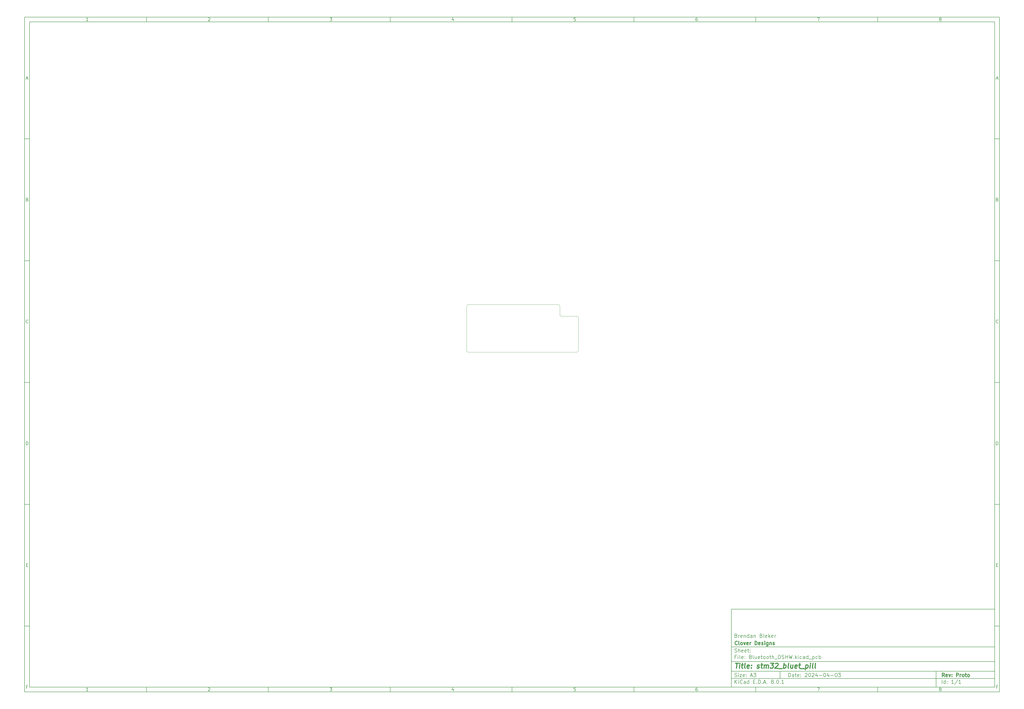
<source format=gbr>
%TF.GenerationSoftware,KiCad,Pcbnew,8.0.1*%
%TF.CreationDate,2024-04-03T21:58:22-07:00*%
%TF.ProjectId,Bluetooth_OSHW,426c7565-746f-46f7-9468-5f4f5348572e,Proto*%
%TF.SameCoordinates,Original*%
%TF.FileFunction,Profile,NP*%
%FSLAX46Y46*%
G04 Gerber Fmt 4.6, Leading zero omitted, Abs format (unit mm)*
G04 Created by KiCad (PCBNEW 8.0.1) date 2024-04-03 21:58:22*
%MOMM*%
%LPD*%
G01*
G04 APERTURE LIST*
%ADD10C,0.100000*%
%ADD11C,0.150000*%
%ADD12C,0.300000*%
%ADD13C,0.400000*%
%TA.AperFunction,Profile*%
%ADD14C,0.100000*%
%TD*%
G04 APERTURE END LIST*
D10*
D11*
X299989000Y-253002200D02*
X407989000Y-253002200D01*
X407989000Y-285002200D01*
X299989000Y-285002200D01*
X299989000Y-253002200D01*
D10*
D11*
X10000000Y-10000000D02*
X409989000Y-10000000D01*
X409989000Y-287002200D01*
X10000000Y-287002200D01*
X10000000Y-10000000D01*
D10*
D11*
X12000000Y-12000000D02*
X407989000Y-12000000D01*
X407989000Y-285002200D01*
X12000000Y-285002200D01*
X12000000Y-12000000D01*
D10*
D11*
X60000000Y-12000000D02*
X60000000Y-10000000D01*
D10*
D11*
X110000000Y-12000000D02*
X110000000Y-10000000D01*
D10*
D11*
X160000000Y-12000000D02*
X160000000Y-10000000D01*
D10*
D11*
X210000000Y-12000000D02*
X210000000Y-10000000D01*
D10*
D11*
X260000000Y-12000000D02*
X260000000Y-10000000D01*
D10*
D11*
X310000000Y-12000000D02*
X310000000Y-10000000D01*
D10*
D11*
X360000000Y-12000000D02*
X360000000Y-10000000D01*
D10*
D11*
X36089160Y-11593604D02*
X35346303Y-11593604D01*
X35717731Y-11593604D02*
X35717731Y-10293604D01*
X35717731Y-10293604D02*
X35593922Y-10479319D01*
X35593922Y-10479319D02*
X35470112Y-10603128D01*
X35470112Y-10603128D02*
X35346303Y-10665033D01*
D10*
D11*
X85346303Y-10417414D02*
X85408207Y-10355509D01*
X85408207Y-10355509D02*
X85532017Y-10293604D01*
X85532017Y-10293604D02*
X85841541Y-10293604D01*
X85841541Y-10293604D02*
X85965350Y-10355509D01*
X85965350Y-10355509D02*
X86027255Y-10417414D01*
X86027255Y-10417414D02*
X86089160Y-10541223D01*
X86089160Y-10541223D02*
X86089160Y-10665033D01*
X86089160Y-10665033D02*
X86027255Y-10850747D01*
X86027255Y-10850747D02*
X85284398Y-11593604D01*
X85284398Y-11593604D02*
X86089160Y-11593604D01*
D10*
D11*
X135284398Y-10293604D02*
X136089160Y-10293604D01*
X136089160Y-10293604D02*
X135655826Y-10788842D01*
X135655826Y-10788842D02*
X135841541Y-10788842D01*
X135841541Y-10788842D02*
X135965350Y-10850747D01*
X135965350Y-10850747D02*
X136027255Y-10912652D01*
X136027255Y-10912652D02*
X136089160Y-11036461D01*
X136089160Y-11036461D02*
X136089160Y-11345985D01*
X136089160Y-11345985D02*
X136027255Y-11469795D01*
X136027255Y-11469795D02*
X135965350Y-11531700D01*
X135965350Y-11531700D02*
X135841541Y-11593604D01*
X135841541Y-11593604D02*
X135470112Y-11593604D01*
X135470112Y-11593604D02*
X135346303Y-11531700D01*
X135346303Y-11531700D02*
X135284398Y-11469795D01*
D10*
D11*
X185965350Y-10726938D02*
X185965350Y-11593604D01*
X185655826Y-10231700D02*
X185346303Y-11160271D01*
X185346303Y-11160271D02*
X186151064Y-11160271D01*
D10*
D11*
X236027255Y-10293604D02*
X235408207Y-10293604D01*
X235408207Y-10293604D02*
X235346303Y-10912652D01*
X235346303Y-10912652D02*
X235408207Y-10850747D01*
X235408207Y-10850747D02*
X235532017Y-10788842D01*
X235532017Y-10788842D02*
X235841541Y-10788842D01*
X235841541Y-10788842D02*
X235965350Y-10850747D01*
X235965350Y-10850747D02*
X236027255Y-10912652D01*
X236027255Y-10912652D02*
X236089160Y-11036461D01*
X236089160Y-11036461D02*
X236089160Y-11345985D01*
X236089160Y-11345985D02*
X236027255Y-11469795D01*
X236027255Y-11469795D02*
X235965350Y-11531700D01*
X235965350Y-11531700D02*
X235841541Y-11593604D01*
X235841541Y-11593604D02*
X235532017Y-11593604D01*
X235532017Y-11593604D02*
X235408207Y-11531700D01*
X235408207Y-11531700D02*
X235346303Y-11469795D01*
D10*
D11*
X285965350Y-10293604D02*
X285717731Y-10293604D01*
X285717731Y-10293604D02*
X285593922Y-10355509D01*
X285593922Y-10355509D02*
X285532017Y-10417414D01*
X285532017Y-10417414D02*
X285408207Y-10603128D01*
X285408207Y-10603128D02*
X285346303Y-10850747D01*
X285346303Y-10850747D02*
X285346303Y-11345985D01*
X285346303Y-11345985D02*
X285408207Y-11469795D01*
X285408207Y-11469795D02*
X285470112Y-11531700D01*
X285470112Y-11531700D02*
X285593922Y-11593604D01*
X285593922Y-11593604D02*
X285841541Y-11593604D01*
X285841541Y-11593604D02*
X285965350Y-11531700D01*
X285965350Y-11531700D02*
X286027255Y-11469795D01*
X286027255Y-11469795D02*
X286089160Y-11345985D01*
X286089160Y-11345985D02*
X286089160Y-11036461D01*
X286089160Y-11036461D02*
X286027255Y-10912652D01*
X286027255Y-10912652D02*
X285965350Y-10850747D01*
X285965350Y-10850747D02*
X285841541Y-10788842D01*
X285841541Y-10788842D02*
X285593922Y-10788842D01*
X285593922Y-10788842D02*
X285470112Y-10850747D01*
X285470112Y-10850747D02*
X285408207Y-10912652D01*
X285408207Y-10912652D02*
X285346303Y-11036461D01*
D10*
D11*
X335284398Y-10293604D02*
X336151064Y-10293604D01*
X336151064Y-10293604D02*
X335593922Y-11593604D01*
D10*
D11*
X385593922Y-10850747D02*
X385470112Y-10788842D01*
X385470112Y-10788842D02*
X385408207Y-10726938D01*
X385408207Y-10726938D02*
X385346303Y-10603128D01*
X385346303Y-10603128D02*
X385346303Y-10541223D01*
X385346303Y-10541223D02*
X385408207Y-10417414D01*
X385408207Y-10417414D02*
X385470112Y-10355509D01*
X385470112Y-10355509D02*
X385593922Y-10293604D01*
X385593922Y-10293604D02*
X385841541Y-10293604D01*
X385841541Y-10293604D02*
X385965350Y-10355509D01*
X385965350Y-10355509D02*
X386027255Y-10417414D01*
X386027255Y-10417414D02*
X386089160Y-10541223D01*
X386089160Y-10541223D02*
X386089160Y-10603128D01*
X386089160Y-10603128D02*
X386027255Y-10726938D01*
X386027255Y-10726938D02*
X385965350Y-10788842D01*
X385965350Y-10788842D02*
X385841541Y-10850747D01*
X385841541Y-10850747D02*
X385593922Y-10850747D01*
X385593922Y-10850747D02*
X385470112Y-10912652D01*
X385470112Y-10912652D02*
X385408207Y-10974557D01*
X385408207Y-10974557D02*
X385346303Y-11098366D01*
X385346303Y-11098366D02*
X385346303Y-11345985D01*
X385346303Y-11345985D02*
X385408207Y-11469795D01*
X385408207Y-11469795D02*
X385470112Y-11531700D01*
X385470112Y-11531700D02*
X385593922Y-11593604D01*
X385593922Y-11593604D02*
X385841541Y-11593604D01*
X385841541Y-11593604D02*
X385965350Y-11531700D01*
X385965350Y-11531700D02*
X386027255Y-11469795D01*
X386027255Y-11469795D02*
X386089160Y-11345985D01*
X386089160Y-11345985D02*
X386089160Y-11098366D01*
X386089160Y-11098366D02*
X386027255Y-10974557D01*
X386027255Y-10974557D02*
X385965350Y-10912652D01*
X385965350Y-10912652D02*
X385841541Y-10850747D01*
D10*
D11*
X60000000Y-285002200D02*
X60000000Y-287002200D01*
D10*
D11*
X110000000Y-285002200D02*
X110000000Y-287002200D01*
D10*
D11*
X160000000Y-285002200D02*
X160000000Y-287002200D01*
D10*
D11*
X210000000Y-285002200D02*
X210000000Y-287002200D01*
D10*
D11*
X260000000Y-285002200D02*
X260000000Y-287002200D01*
D10*
D11*
X310000000Y-285002200D02*
X310000000Y-287002200D01*
D10*
D11*
X360000000Y-285002200D02*
X360000000Y-287002200D01*
D10*
D11*
X36089160Y-286595804D02*
X35346303Y-286595804D01*
X35717731Y-286595804D02*
X35717731Y-285295804D01*
X35717731Y-285295804D02*
X35593922Y-285481519D01*
X35593922Y-285481519D02*
X35470112Y-285605328D01*
X35470112Y-285605328D02*
X35346303Y-285667233D01*
D10*
D11*
X85346303Y-285419614D02*
X85408207Y-285357709D01*
X85408207Y-285357709D02*
X85532017Y-285295804D01*
X85532017Y-285295804D02*
X85841541Y-285295804D01*
X85841541Y-285295804D02*
X85965350Y-285357709D01*
X85965350Y-285357709D02*
X86027255Y-285419614D01*
X86027255Y-285419614D02*
X86089160Y-285543423D01*
X86089160Y-285543423D02*
X86089160Y-285667233D01*
X86089160Y-285667233D02*
X86027255Y-285852947D01*
X86027255Y-285852947D02*
X85284398Y-286595804D01*
X85284398Y-286595804D02*
X86089160Y-286595804D01*
D10*
D11*
X135284398Y-285295804D02*
X136089160Y-285295804D01*
X136089160Y-285295804D02*
X135655826Y-285791042D01*
X135655826Y-285791042D02*
X135841541Y-285791042D01*
X135841541Y-285791042D02*
X135965350Y-285852947D01*
X135965350Y-285852947D02*
X136027255Y-285914852D01*
X136027255Y-285914852D02*
X136089160Y-286038661D01*
X136089160Y-286038661D02*
X136089160Y-286348185D01*
X136089160Y-286348185D02*
X136027255Y-286471995D01*
X136027255Y-286471995D02*
X135965350Y-286533900D01*
X135965350Y-286533900D02*
X135841541Y-286595804D01*
X135841541Y-286595804D02*
X135470112Y-286595804D01*
X135470112Y-286595804D02*
X135346303Y-286533900D01*
X135346303Y-286533900D02*
X135284398Y-286471995D01*
D10*
D11*
X185965350Y-285729138D02*
X185965350Y-286595804D01*
X185655826Y-285233900D02*
X185346303Y-286162471D01*
X185346303Y-286162471D02*
X186151064Y-286162471D01*
D10*
D11*
X236027255Y-285295804D02*
X235408207Y-285295804D01*
X235408207Y-285295804D02*
X235346303Y-285914852D01*
X235346303Y-285914852D02*
X235408207Y-285852947D01*
X235408207Y-285852947D02*
X235532017Y-285791042D01*
X235532017Y-285791042D02*
X235841541Y-285791042D01*
X235841541Y-285791042D02*
X235965350Y-285852947D01*
X235965350Y-285852947D02*
X236027255Y-285914852D01*
X236027255Y-285914852D02*
X236089160Y-286038661D01*
X236089160Y-286038661D02*
X236089160Y-286348185D01*
X236089160Y-286348185D02*
X236027255Y-286471995D01*
X236027255Y-286471995D02*
X235965350Y-286533900D01*
X235965350Y-286533900D02*
X235841541Y-286595804D01*
X235841541Y-286595804D02*
X235532017Y-286595804D01*
X235532017Y-286595804D02*
X235408207Y-286533900D01*
X235408207Y-286533900D02*
X235346303Y-286471995D01*
D10*
D11*
X285965350Y-285295804D02*
X285717731Y-285295804D01*
X285717731Y-285295804D02*
X285593922Y-285357709D01*
X285593922Y-285357709D02*
X285532017Y-285419614D01*
X285532017Y-285419614D02*
X285408207Y-285605328D01*
X285408207Y-285605328D02*
X285346303Y-285852947D01*
X285346303Y-285852947D02*
X285346303Y-286348185D01*
X285346303Y-286348185D02*
X285408207Y-286471995D01*
X285408207Y-286471995D02*
X285470112Y-286533900D01*
X285470112Y-286533900D02*
X285593922Y-286595804D01*
X285593922Y-286595804D02*
X285841541Y-286595804D01*
X285841541Y-286595804D02*
X285965350Y-286533900D01*
X285965350Y-286533900D02*
X286027255Y-286471995D01*
X286027255Y-286471995D02*
X286089160Y-286348185D01*
X286089160Y-286348185D02*
X286089160Y-286038661D01*
X286089160Y-286038661D02*
X286027255Y-285914852D01*
X286027255Y-285914852D02*
X285965350Y-285852947D01*
X285965350Y-285852947D02*
X285841541Y-285791042D01*
X285841541Y-285791042D02*
X285593922Y-285791042D01*
X285593922Y-285791042D02*
X285470112Y-285852947D01*
X285470112Y-285852947D02*
X285408207Y-285914852D01*
X285408207Y-285914852D02*
X285346303Y-286038661D01*
D10*
D11*
X335284398Y-285295804D02*
X336151064Y-285295804D01*
X336151064Y-285295804D02*
X335593922Y-286595804D01*
D10*
D11*
X385593922Y-285852947D02*
X385470112Y-285791042D01*
X385470112Y-285791042D02*
X385408207Y-285729138D01*
X385408207Y-285729138D02*
X385346303Y-285605328D01*
X385346303Y-285605328D02*
X385346303Y-285543423D01*
X385346303Y-285543423D02*
X385408207Y-285419614D01*
X385408207Y-285419614D02*
X385470112Y-285357709D01*
X385470112Y-285357709D02*
X385593922Y-285295804D01*
X385593922Y-285295804D02*
X385841541Y-285295804D01*
X385841541Y-285295804D02*
X385965350Y-285357709D01*
X385965350Y-285357709D02*
X386027255Y-285419614D01*
X386027255Y-285419614D02*
X386089160Y-285543423D01*
X386089160Y-285543423D02*
X386089160Y-285605328D01*
X386089160Y-285605328D02*
X386027255Y-285729138D01*
X386027255Y-285729138D02*
X385965350Y-285791042D01*
X385965350Y-285791042D02*
X385841541Y-285852947D01*
X385841541Y-285852947D02*
X385593922Y-285852947D01*
X385593922Y-285852947D02*
X385470112Y-285914852D01*
X385470112Y-285914852D02*
X385408207Y-285976757D01*
X385408207Y-285976757D02*
X385346303Y-286100566D01*
X385346303Y-286100566D02*
X385346303Y-286348185D01*
X385346303Y-286348185D02*
X385408207Y-286471995D01*
X385408207Y-286471995D02*
X385470112Y-286533900D01*
X385470112Y-286533900D02*
X385593922Y-286595804D01*
X385593922Y-286595804D02*
X385841541Y-286595804D01*
X385841541Y-286595804D02*
X385965350Y-286533900D01*
X385965350Y-286533900D02*
X386027255Y-286471995D01*
X386027255Y-286471995D02*
X386089160Y-286348185D01*
X386089160Y-286348185D02*
X386089160Y-286100566D01*
X386089160Y-286100566D02*
X386027255Y-285976757D01*
X386027255Y-285976757D02*
X385965350Y-285914852D01*
X385965350Y-285914852D02*
X385841541Y-285852947D01*
D10*
D11*
X10000000Y-60000000D02*
X12000000Y-60000000D01*
D10*
D11*
X10000000Y-110000000D02*
X12000000Y-110000000D01*
D10*
D11*
X10000000Y-160000000D02*
X12000000Y-160000000D01*
D10*
D11*
X10000000Y-210000000D02*
X12000000Y-210000000D01*
D10*
D11*
X10000000Y-260000000D02*
X12000000Y-260000000D01*
D10*
D11*
X10690476Y-35222176D02*
X11309523Y-35222176D01*
X10566666Y-35593604D02*
X10999999Y-34293604D01*
X10999999Y-34293604D02*
X11433333Y-35593604D01*
D10*
D11*
X11092857Y-84912652D02*
X11278571Y-84974557D01*
X11278571Y-84974557D02*
X11340476Y-85036461D01*
X11340476Y-85036461D02*
X11402380Y-85160271D01*
X11402380Y-85160271D02*
X11402380Y-85345985D01*
X11402380Y-85345985D02*
X11340476Y-85469795D01*
X11340476Y-85469795D02*
X11278571Y-85531700D01*
X11278571Y-85531700D02*
X11154761Y-85593604D01*
X11154761Y-85593604D02*
X10659523Y-85593604D01*
X10659523Y-85593604D02*
X10659523Y-84293604D01*
X10659523Y-84293604D02*
X11092857Y-84293604D01*
X11092857Y-84293604D02*
X11216666Y-84355509D01*
X11216666Y-84355509D02*
X11278571Y-84417414D01*
X11278571Y-84417414D02*
X11340476Y-84541223D01*
X11340476Y-84541223D02*
X11340476Y-84665033D01*
X11340476Y-84665033D02*
X11278571Y-84788842D01*
X11278571Y-84788842D02*
X11216666Y-84850747D01*
X11216666Y-84850747D02*
X11092857Y-84912652D01*
X11092857Y-84912652D02*
X10659523Y-84912652D01*
D10*
D11*
X11402380Y-135469795D02*
X11340476Y-135531700D01*
X11340476Y-135531700D02*
X11154761Y-135593604D01*
X11154761Y-135593604D02*
X11030952Y-135593604D01*
X11030952Y-135593604D02*
X10845238Y-135531700D01*
X10845238Y-135531700D02*
X10721428Y-135407890D01*
X10721428Y-135407890D02*
X10659523Y-135284080D01*
X10659523Y-135284080D02*
X10597619Y-135036461D01*
X10597619Y-135036461D02*
X10597619Y-134850747D01*
X10597619Y-134850747D02*
X10659523Y-134603128D01*
X10659523Y-134603128D02*
X10721428Y-134479319D01*
X10721428Y-134479319D02*
X10845238Y-134355509D01*
X10845238Y-134355509D02*
X11030952Y-134293604D01*
X11030952Y-134293604D02*
X11154761Y-134293604D01*
X11154761Y-134293604D02*
X11340476Y-134355509D01*
X11340476Y-134355509D02*
X11402380Y-134417414D01*
D10*
D11*
X10659523Y-185593604D02*
X10659523Y-184293604D01*
X10659523Y-184293604D02*
X10969047Y-184293604D01*
X10969047Y-184293604D02*
X11154761Y-184355509D01*
X11154761Y-184355509D02*
X11278571Y-184479319D01*
X11278571Y-184479319D02*
X11340476Y-184603128D01*
X11340476Y-184603128D02*
X11402380Y-184850747D01*
X11402380Y-184850747D02*
X11402380Y-185036461D01*
X11402380Y-185036461D02*
X11340476Y-185284080D01*
X11340476Y-185284080D02*
X11278571Y-185407890D01*
X11278571Y-185407890D02*
X11154761Y-185531700D01*
X11154761Y-185531700D02*
X10969047Y-185593604D01*
X10969047Y-185593604D02*
X10659523Y-185593604D01*
D10*
D11*
X10721428Y-234912652D02*
X11154762Y-234912652D01*
X11340476Y-235593604D02*
X10721428Y-235593604D01*
X10721428Y-235593604D02*
X10721428Y-234293604D01*
X10721428Y-234293604D02*
X11340476Y-234293604D01*
D10*
D11*
X11185714Y-284912652D02*
X10752380Y-284912652D01*
X10752380Y-285593604D02*
X10752380Y-284293604D01*
X10752380Y-284293604D02*
X11371428Y-284293604D01*
D10*
D11*
X409989000Y-60000000D02*
X407989000Y-60000000D01*
D10*
D11*
X409989000Y-110000000D02*
X407989000Y-110000000D01*
D10*
D11*
X409989000Y-160000000D02*
X407989000Y-160000000D01*
D10*
D11*
X409989000Y-210000000D02*
X407989000Y-210000000D01*
D10*
D11*
X409989000Y-260000000D02*
X407989000Y-260000000D01*
D10*
D11*
X408679476Y-35222176D02*
X409298523Y-35222176D01*
X408555666Y-35593604D02*
X408988999Y-34293604D01*
X408988999Y-34293604D02*
X409422333Y-35593604D01*
D10*
D11*
X409081857Y-84912652D02*
X409267571Y-84974557D01*
X409267571Y-84974557D02*
X409329476Y-85036461D01*
X409329476Y-85036461D02*
X409391380Y-85160271D01*
X409391380Y-85160271D02*
X409391380Y-85345985D01*
X409391380Y-85345985D02*
X409329476Y-85469795D01*
X409329476Y-85469795D02*
X409267571Y-85531700D01*
X409267571Y-85531700D02*
X409143761Y-85593604D01*
X409143761Y-85593604D02*
X408648523Y-85593604D01*
X408648523Y-85593604D02*
X408648523Y-84293604D01*
X408648523Y-84293604D02*
X409081857Y-84293604D01*
X409081857Y-84293604D02*
X409205666Y-84355509D01*
X409205666Y-84355509D02*
X409267571Y-84417414D01*
X409267571Y-84417414D02*
X409329476Y-84541223D01*
X409329476Y-84541223D02*
X409329476Y-84665033D01*
X409329476Y-84665033D02*
X409267571Y-84788842D01*
X409267571Y-84788842D02*
X409205666Y-84850747D01*
X409205666Y-84850747D02*
X409081857Y-84912652D01*
X409081857Y-84912652D02*
X408648523Y-84912652D01*
D10*
D11*
X409391380Y-135469795D02*
X409329476Y-135531700D01*
X409329476Y-135531700D02*
X409143761Y-135593604D01*
X409143761Y-135593604D02*
X409019952Y-135593604D01*
X409019952Y-135593604D02*
X408834238Y-135531700D01*
X408834238Y-135531700D02*
X408710428Y-135407890D01*
X408710428Y-135407890D02*
X408648523Y-135284080D01*
X408648523Y-135284080D02*
X408586619Y-135036461D01*
X408586619Y-135036461D02*
X408586619Y-134850747D01*
X408586619Y-134850747D02*
X408648523Y-134603128D01*
X408648523Y-134603128D02*
X408710428Y-134479319D01*
X408710428Y-134479319D02*
X408834238Y-134355509D01*
X408834238Y-134355509D02*
X409019952Y-134293604D01*
X409019952Y-134293604D02*
X409143761Y-134293604D01*
X409143761Y-134293604D02*
X409329476Y-134355509D01*
X409329476Y-134355509D02*
X409391380Y-134417414D01*
D10*
D11*
X408648523Y-185593604D02*
X408648523Y-184293604D01*
X408648523Y-184293604D02*
X408958047Y-184293604D01*
X408958047Y-184293604D02*
X409143761Y-184355509D01*
X409143761Y-184355509D02*
X409267571Y-184479319D01*
X409267571Y-184479319D02*
X409329476Y-184603128D01*
X409329476Y-184603128D02*
X409391380Y-184850747D01*
X409391380Y-184850747D02*
X409391380Y-185036461D01*
X409391380Y-185036461D02*
X409329476Y-185284080D01*
X409329476Y-185284080D02*
X409267571Y-185407890D01*
X409267571Y-185407890D02*
X409143761Y-185531700D01*
X409143761Y-185531700D02*
X408958047Y-185593604D01*
X408958047Y-185593604D02*
X408648523Y-185593604D01*
D10*
D11*
X408710428Y-234912652D02*
X409143762Y-234912652D01*
X409329476Y-235593604D02*
X408710428Y-235593604D01*
X408710428Y-235593604D02*
X408710428Y-234293604D01*
X408710428Y-234293604D02*
X409329476Y-234293604D01*
D10*
D11*
X409174714Y-284912652D02*
X408741380Y-284912652D01*
X408741380Y-285593604D02*
X408741380Y-284293604D01*
X408741380Y-284293604D02*
X409360428Y-284293604D01*
D10*
D11*
X323444826Y-280788328D02*
X323444826Y-279288328D01*
X323444826Y-279288328D02*
X323801969Y-279288328D01*
X323801969Y-279288328D02*
X324016255Y-279359757D01*
X324016255Y-279359757D02*
X324159112Y-279502614D01*
X324159112Y-279502614D02*
X324230541Y-279645471D01*
X324230541Y-279645471D02*
X324301969Y-279931185D01*
X324301969Y-279931185D02*
X324301969Y-280145471D01*
X324301969Y-280145471D02*
X324230541Y-280431185D01*
X324230541Y-280431185D02*
X324159112Y-280574042D01*
X324159112Y-280574042D02*
X324016255Y-280716900D01*
X324016255Y-280716900D02*
X323801969Y-280788328D01*
X323801969Y-280788328D02*
X323444826Y-280788328D01*
X325587684Y-280788328D02*
X325587684Y-280002614D01*
X325587684Y-280002614D02*
X325516255Y-279859757D01*
X325516255Y-279859757D02*
X325373398Y-279788328D01*
X325373398Y-279788328D02*
X325087684Y-279788328D01*
X325087684Y-279788328D02*
X324944826Y-279859757D01*
X325587684Y-280716900D02*
X325444826Y-280788328D01*
X325444826Y-280788328D02*
X325087684Y-280788328D01*
X325087684Y-280788328D02*
X324944826Y-280716900D01*
X324944826Y-280716900D02*
X324873398Y-280574042D01*
X324873398Y-280574042D02*
X324873398Y-280431185D01*
X324873398Y-280431185D02*
X324944826Y-280288328D01*
X324944826Y-280288328D02*
X325087684Y-280216900D01*
X325087684Y-280216900D02*
X325444826Y-280216900D01*
X325444826Y-280216900D02*
X325587684Y-280145471D01*
X326087684Y-279788328D02*
X326659112Y-279788328D01*
X326301969Y-279288328D02*
X326301969Y-280574042D01*
X326301969Y-280574042D02*
X326373398Y-280716900D01*
X326373398Y-280716900D02*
X326516255Y-280788328D01*
X326516255Y-280788328D02*
X326659112Y-280788328D01*
X327730541Y-280716900D02*
X327587684Y-280788328D01*
X327587684Y-280788328D02*
X327301970Y-280788328D01*
X327301970Y-280788328D02*
X327159112Y-280716900D01*
X327159112Y-280716900D02*
X327087684Y-280574042D01*
X327087684Y-280574042D02*
X327087684Y-280002614D01*
X327087684Y-280002614D02*
X327159112Y-279859757D01*
X327159112Y-279859757D02*
X327301970Y-279788328D01*
X327301970Y-279788328D02*
X327587684Y-279788328D01*
X327587684Y-279788328D02*
X327730541Y-279859757D01*
X327730541Y-279859757D02*
X327801970Y-280002614D01*
X327801970Y-280002614D02*
X327801970Y-280145471D01*
X327801970Y-280145471D02*
X327087684Y-280288328D01*
X328444826Y-280645471D02*
X328516255Y-280716900D01*
X328516255Y-280716900D02*
X328444826Y-280788328D01*
X328444826Y-280788328D02*
X328373398Y-280716900D01*
X328373398Y-280716900D02*
X328444826Y-280645471D01*
X328444826Y-280645471D02*
X328444826Y-280788328D01*
X328444826Y-279859757D02*
X328516255Y-279931185D01*
X328516255Y-279931185D02*
X328444826Y-280002614D01*
X328444826Y-280002614D02*
X328373398Y-279931185D01*
X328373398Y-279931185D02*
X328444826Y-279859757D01*
X328444826Y-279859757D02*
X328444826Y-280002614D01*
X330230541Y-279431185D02*
X330301969Y-279359757D01*
X330301969Y-279359757D02*
X330444827Y-279288328D01*
X330444827Y-279288328D02*
X330801969Y-279288328D01*
X330801969Y-279288328D02*
X330944827Y-279359757D01*
X330944827Y-279359757D02*
X331016255Y-279431185D01*
X331016255Y-279431185D02*
X331087684Y-279574042D01*
X331087684Y-279574042D02*
X331087684Y-279716900D01*
X331087684Y-279716900D02*
X331016255Y-279931185D01*
X331016255Y-279931185D02*
X330159112Y-280788328D01*
X330159112Y-280788328D02*
X331087684Y-280788328D01*
X332016255Y-279288328D02*
X332159112Y-279288328D01*
X332159112Y-279288328D02*
X332301969Y-279359757D01*
X332301969Y-279359757D02*
X332373398Y-279431185D01*
X332373398Y-279431185D02*
X332444826Y-279574042D01*
X332444826Y-279574042D02*
X332516255Y-279859757D01*
X332516255Y-279859757D02*
X332516255Y-280216900D01*
X332516255Y-280216900D02*
X332444826Y-280502614D01*
X332444826Y-280502614D02*
X332373398Y-280645471D01*
X332373398Y-280645471D02*
X332301969Y-280716900D01*
X332301969Y-280716900D02*
X332159112Y-280788328D01*
X332159112Y-280788328D02*
X332016255Y-280788328D01*
X332016255Y-280788328D02*
X331873398Y-280716900D01*
X331873398Y-280716900D02*
X331801969Y-280645471D01*
X331801969Y-280645471D02*
X331730540Y-280502614D01*
X331730540Y-280502614D02*
X331659112Y-280216900D01*
X331659112Y-280216900D02*
X331659112Y-279859757D01*
X331659112Y-279859757D02*
X331730540Y-279574042D01*
X331730540Y-279574042D02*
X331801969Y-279431185D01*
X331801969Y-279431185D02*
X331873398Y-279359757D01*
X331873398Y-279359757D02*
X332016255Y-279288328D01*
X333087683Y-279431185D02*
X333159111Y-279359757D01*
X333159111Y-279359757D02*
X333301969Y-279288328D01*
X333301969Y-279288328D02*
X333659111Y-279288328D01*
X333659111Y-279288328D02*
X333801969Y-279359757D01*
X333801969Y-279359757D02*
X333873397Y-279431185D01*
X333873397Y-279431185D02*
X333944826Y-279574042D01*
X333944826Y-279574042D02*
X333944826Y-279716900D01*
X333944826Y-279716900D02*
X333873397Y-279931185D01*
X333873397Y-279931185D02*
X333016254Y-280788328D01*
X333016254Y-280788328D02*
X333944826Y-280788328D01*
X335230540Y-279788328D02*
X335230540Y-280788328D01*
X334873397Y-279216900D02*
X334516254Y-280288328D01*
X334516254Y-280288328D02*
X335444825Y-280288328D01*
X336016253Y-280216900D02*
X337159111Y-280216900D01*
X338159111Y-279288328D02*
X338301968Y-279288328D01*
X338301968Y-279288328D02*
X338444825Y-279359757D01*
X338444825Y-279359757D02*
X338516254Y-279431185D01*
X338516254Y-279431185D02*
X338587682Y-279574042D01*
X338587682Y-279574042D02*
X338659111Y-279859757D01*
X338659111Y-279859757D02*
X338659111Y-280216900D01*
X338659111Y-280216900D02*
X338587682Y-280502614D01*
X338587682Y-280502614D02*
X338516254Y-280645471D01*
X338516254Y-280645471D02*
X338444825Y-280716900D01*
X338444825Y-280716900D02*
X338301968Y-280788328D01*
X338301968Y-280788328D02*
X338159111Y-280788328D01*
X338159111Y-280788328D02*
X338016254Y-280716900D01*
X338016254Y-280716900D02*
X337944825Y-280645471D01*
X337944825Y-280645471D02*
X337873396Y-280502614D01*
X337873396Y-280502614D02*
X337801968Y-280216900D01*
X337801968Y-280216900D02*
X337801968Y-279859757D01*
X337801968Y-279859757D02*
X337873396Y-279574042D01*
X337873396Y-279574042D02*
X337944825Y-279431185D01*
X337944825Y-279431185D02*
X338016254Y-279359757D01*
X338016254Y-279359757D02*
X338159111Y-279288328D01*
X339944825Y-279788328D02*
X339944825Y-280788328D01*
X339587682Y-279216900D02*
X339230539Y-280288328D01*
X339230539Y-280288328D02*
X340159110Y-280288328D01*
X340730538Y-280216900D02*
X341873396Y-280216900D01*
X342873396Y-279288328D02*
X343016253Y-279288328D01*
X343016253Y-279288328D02*
X343159110Y-279359757D01*
X343159110Y-279359757D02*
X343230539Y-279431185D01*
X343230539Y-279431185D02*
X343301967Y-279574042D01*
X343301967Y-279574042D02*
X343373396Y-279859757D01*
X343373396Y-279859757D02*
X343373396Y-280216900D01*
X343373396Y-280216900D02*
X343301967Y-280502614D01*
X343301967Y-280502614D02*
X343230539Y-280645471D01*
X343230539Y-280645471D02*
X343159110Y-280716900D01*
X343159110Y-280716900D02*
X343016253Y-280788328D01*
X343016253Y-280788328D02*
X342873396Y-280788328D01*
X342873396Y-280788328D02*
X342730539Y-280716900D01*
X342730539Y-280716900D02*
X342659110Y-280645471D01*
X342659110Y-280645471D02*
X342587681Y-280502614D01*
X342587681Y-280502614D02*
X342516253Y-280216900D01*
X342516253Y-280216900D02*
X342516253Y-279859757D01*
X342516253Y-279859757D02*
X342587681Y-279574042D01*
X342587681Y-279574042D02*
X342659110Y-279431185D01*
X342659110Y-279431185D02*
X342730539Y-279359757D01*
X342730539Y-279359757D02*
X342873396Y-279288328D01*
X343873395Y-279288328D02*
X344801967Y-279288328D01*
X344801967Y-279288328D02*
X344301967Y-279859757D01*
X344301967Y-279859757D02*
X344516252Y-279859757D01*
X344516252Y-279859757D02*
X344659110Y-279931185D01*
X344659110Y-279931185D02*
X344730538Y-280002614D01*
X344730538Y-280002614D02*
X344801967Y-280145471D01*
X344801967Y-280145471D02*
X344801967Y-280502614D01*
X344801967Y-280502614D02*
X344730538Y-280645471D01*
X344730538Y-280645471D02*
X344659110Y-280716900D01*
X344659110Y-280716900D02*
X344516252Y-280788328D01*
X344516252Y-280788328D02*
X344087681Y-280788328D01*
X344087681Y-280788328D02*
X343944824Y-280716900D01*
X343944824Y-280716900D02*
X343873395Y-280645471D01*
D10*
D11*
X299989000Y-281502200D02*
X407989000Y-281502200D01*
D10*
D11*
X301444826Y-283588328D02*
X301444826Y-282088328D01*
X302301969Y-283588328D02*
X301659112Y-282731185D01*
X302301969Y-282088328D02*
X301444826Y-282945471D01*
X302944826Y-283588328D02*
X302944826Y-282588328D01*
X302944826Y-282088328D02*
X302873398Y-282159757D01*
X302873398Y-282159757D02*
X302944826Y-282231185D01*
X302944826Y-282231185D02*
X303016255Y-282159757D01*
X303016255Y-282159757D02*
X302944826Y-282088328D01*
X302944826Y-282088328D02*
X302944826Y-282231185D01*
X304516255Y-283445471D02*
X304444827Y-283516900D01*
X304444827Y-283516900D02*
X304230541Y-283588328D01*
X304230541Y-283588328D02*
X304087684Y-283588328D01*
X304087684Y-283588328D02*
X303873398Y-283516900D01*
X303873398Y-283516900D02*
X303730541Y-283374042D01*
X303730541Y-283374042D02*
X303659112Y-283231185D01*
X303659112Y-283231185D02*
X303587684Y-282945471D01*
X303587684Y-282945471D02*
X303587684Y-282731185D01*
X303587684Y-282731185D02*
X303659112Y-282445471D01*
X303659112Y-282445471D02*
X303730541Y-282302614D01*
X303730541Y-282302614D02*
X303873398Y-282159757D01*
X303873398Y-282159757D02*
X304087684Y-282088328D01*
X304087684Y-282088328D02*
X304230541Y-282088328D01*
X304230541Y-282088328D02*
X304444827Y-282159757D01*
X304444827Y-282159757D02*
X304516255Y-282231185D01*
X305801970Y-283588328D02*
X305801970Y-282802614D01*
X305801970Y-282802614D02*
X305730541Y-282659757D01*
X305730541Y-282659757D02*
X305587684Y-282588328D01*
X305587684Y-282588328D02*
X305301970Y-282588328D01*
X305301970Y-282588328D02*
X305159112Y-282659757D01*
X305801970Y-283516900D02*
X305659112Y-283588328D01*
X305659112Y-283588328D02*
X305301970Y-283588328D01*
X305301970Y-283588328D02*
X305159112Y-283516900D01*
X305159112Y-283516900D02*
X305087684Y-283374042D01*
X305087684Y-283374042D02*
X305087684Y-283231185D01*
X305087684Y-283231185D02*
X305159112Y-283088328D01*
X305159112Y-283088328D02*
X305301970Y-283016900D01*
X305301970Y-283016900D02*
X305659112Y-283016900D01*
X305659112Y-283016900D02*
X305801970Y-282945471D01*
X307159113Y-283588328D02*
X307159113Y-282088328D01*
X307159113Y-283516900D02*
X307016255Y-283588328D01*
X307016255Y-283588328D02*
X306730541Y-283588328D01*
X306730541Y-283588328D02*
X306587684Y-283516900D01*
X306587684Y-283516900D02*
X306516255Y-283445471D01*
X306516255Y-283445471D02*
X306444827Y-283302614D01*
X306444827Y-283302614D02*
X306444827Y-282874042D01*
X306444827Y-282874042D02*
X306516255Y-282731185D01*
X306516255Y-282731185D02*
X306587684Y-282659757D01*
X306587684Y-282659757D02*
X306730541Y-282588328D01*
X306730541Y-282588328D02*
X307016255Y-282588328D01*
X307016255Y-282588328D02*
X307159113Y-282659757D01*
X309016255Y-282802614D02*
X309516255Y-282802614D01*
X309730541Y-283588328D02*
X309016255Y-283588328D01*
X309016255Y-283588328D02*
X309016255Y-282088328D01*
X309016255Y-282088328D02*
X309730541Y-282088328D01*
X310373398Y-283445471D02*
X310444827Y-283516900D01*
X310444827Y-283516900D02*
X310373398Y-283588328D01*
X310373398Y-283588328D02*
X310301970Y-283516900D01*
X310301970Y-283516900D02*
X310373398Y-283445471D01*
X310373398Y-283445471D02*
X310373398Y-283588328D01*
X311087684Y-283588328D02*
X311087684Y-282088328D01*
X311087684Y-282088328D02*
X311444827Y-282088328D01*
X311444827Y-282088328D02*
X311659113Y-282159757D01*
X311659113Y-282159757D02*
X311801970Y-282302614D01*
X311801970Y-282302614D02*
X311873399Y-282445471D01*
X311873399Y-282445471D02*
X311944827Y-282731185D01*
X311944827Y-282731185D02*
X311944827Y-282945471D01*
X311944827Y-282945471D02*
X311873399Y-283231185D01*
X311873399Y-283231185D02*
X311801970Y-283374042D01*
X311801970Y-283374042D02*
X311659113Y-283516900D01*
X311659113Y-283516900D02*
X311444827Y-283588328D01*
X311444827Y-283588328D02*
X311087684Y-283588328D01*
X312587684Y-283445471D02*
X312659113Y-283516900D01*
X312659113Y-283516900D02*
X312587684Y-283588328D01*
X312587684Y-283588328D02*
X312516256Y-283516900D01*
X312516256Y-283516900D02*
X312587684Y-283445471D01*
X312587684Y-283445471D02*
X312587684Y-283588328D01*
X313230542Y-283159757D02*
X313944828Y-283159757D01*
X313087685Y-283588328D02*
X313587685Y-282088328D01*
X313587685Y-282088328D02*
X314087685Y-283588328D01*
X314587684Y-283445471D02*
X314659113Y-283516900D01*
X314659113Y-283516900D02*
X314587684Y-283588328D01*
X314587684Y-283588328D02*
X314516256Y-283516900D01*
X314516256Y-283516900D02*
X314587684Y-283445471D01*
X314587684Y-283445471D02*
X314587684Y-283588328D01*
X316659113Y-282731185D02*
X316516256Y-282659757D01*
X316516256Y-282659757D02*
X316444827Y-282588328D01*
X316444827Y-282588328D02*
X316373399Y-282445471D01*
X316373399Y-282445471D02*
X316373399Y-282374042D01*
X316373399Y-282374042D02*
X316444827Y-282231185D01*
X316444827Y-282231185D02*
X316516256Y-282159757D01*
X316516256Y-282159757D02*
X316659113Y-282088328D01*
X316659113Y-282088328D02*
X316944827Y-282088328D01*
X316944827Y-282088328D02*
X317087685Y-282159757D01*
X317087685Y-282159757D02*
X317159113Y-282231185D01*
X317159113Y-282231185D02*
X317230542Y-282374042D01*
X317230542Y-282374042D02*
X317230542Y-282445471D01*
X317230542Y-282445471D02*
X317159113Y-282588328D01*
X317159113Y-282588328D02*
X317087685Y-282659757D01*
X317087685Y-282659757D02*
X316944827Y-282731185D01*
X316944827Y-282731185D02*
X316659113Y-282731185D01*
X316659113Y-282731185D02*
X316516256Y-282802614D01*
X316516256Y-282802614D02*
X316444827Y-282874042D01*
X316444827Y-282874042D02*
X316373399Y-283016900D01*
X316373399Y-283016900D02*
X316373399Y-283302614D01*
X316373399Y-283302614D02*
X316444827Y-283445471D01*
X316444827Y-283445471D02*
X316516256Y-283516900D01*
X316516256Y-283516900D02*
X316659113Y-283588328D01*
X316659113Y-283588328D02*
X316944827Y-283588328D01*
X316944827Y-283588328D02*
X317087685Y-283516900D01*
X317087685Y-283516900D02*
X317159113Y-283445471D01*
X317159113Y-283445471D02*
X317230542Y-283302614D01*
X317230542Y-283302614D02*
X317230542Y-283016900D01*
X317230542Y-283016900D02*
X317159113Y-282874042D01*
X317159113Y-282874042D02*
X317087685Y-282802614D01*
X317087685Y-282802614D02*
X316944827Y-282731185D01*
X317873398Y-283445471D02*
X317944827Y-283516900D01*
X317944827Y-283516900D02*
X317873398Y-283588328D01*
X317873398Y-283588328D02*
X317801970Y-283516900D01*
X317801970Y-283516900D02*
X317873398Y-283445471D01*
X317873398Y-283445471D02*
X317873398Y-283588328D01*
X318873399Y-282088328D02*
X319016256Y-282088328D01*
X319016256Y-282088328D02*
X319159113Y-282159757D01*
X319159113Y-282159757D02*
X319230542Y-282231185D01*
X319230542Y-282231185D02*
X319301970Y-282374042D01*
X319301970Y-282374042D02*
X319373399Y-282659757D01*
X319373399Y-282659757D02*
X319373399Y-283016900D01*
X319373399Y-283016900D02*
X319301970Y-283302614D01*
X319301970Y-283302614D02*
X319230542Y-283445471D01*
X319230542Y-283445471D02*
X319159113Y-283516900D01*
X319159113Y-283516900D02*
X319016256Y-283588328D01*
X319016256Y-283588328D02*
X318873399Y-283588328D01*
X318873399Y-283588328D02*
X318730542Y-283516900D01*
X318730542Y-283516900D02*
X318659113Y-283445471D01*
X318659113Y-283445471D02*
X318587684Y-283302614D01*
X318587684Y-283302614D02*
X318516256Y-283016900D01*
X318516256Y-283016900D02*
X318516256Y-282659757D01*
X318516256Y-282659757D02*
X318587684Y-282374042D01*
X318587684Y-282374042D02*
X318659113Y-282231185D01*
X318659113Y-282231185D02*
X318730542Y-282159757D01*
X318730542Y-282159757D02*
X318873399Y-282088328D01*
X320016255Y-283445471D02*
X320087684Y-283516900D01*
X320087684Y-283516900D02*
X320016255Y-283588328D01*
X320016255Y-283588328D02*
X319944827Y-283516900D01*
X319944827Y-283516900D02*
X320016255Y-283445471D01*
X320016255Y-283445471D02*
X320016255Y-283588328D01*
X321516256Y-283588328D02*
X320659113Y-283588328D01*
X321087684Y-283588328D02*
X321087684Y-282088328D01*
X321087684Y-282088328D02*
X320944827Y-282302614D01*
X320944827Y-282302614D02*
X320801970Y-282445471D01*
X320801970Y-282445471D02*
X320659113Y-282516900D01*
D10*
D11*
X299989000Y-278502200D02*
X407989000Y-278502200D01*
D10*
D12*
X387400653Y-280780528D02*
X386900653Y-280066242D01*
X386543510Y-280780528D02*
X386543510Y-279280528D01*
X386543510Y-279280528D02*
X387114939Y-279280528D01*
X387114939Y-279280528D02*
X387257796Y-279351957D01*
X387257796Y-279351957D02*
X387329225Y-279423385D01*
X387329225Y-279423385D02*
X387400653Y-279566242D01*
X387400653Y-279566242D02*
X387400653Y-279780528D01*
X387400653Y-279780528D02*
X387329225Y-279923385D01*
X387329225Y-279923385D02*
X387257796Y-279994814D01*
X387257796Y-279994814D02*
X387114939Y-280066242D01*
X387114939Y-280066242D02*
X386543510Y-280066242D01*
X388614939Y-280709100D02*
X388472082Y-280780528D01*
X388472082Y-280780528D02*
X388186368Y-280780528D01*
X388186368Y-280780528D02*
X388043510Y-280709100D01*
X388043510Y-280709100D02*
X387972082Y-280566242D01*
X387972082Y-280566242D02*
X387972082Y-279994814D01*
X387972082Y-279994814D02*
X388043510Y-279851957D01*
X388043510Y-279851957D02*
X388186368Y-279780528D01*
X388186368Y-279780528D02*
X388472082Y-279780528D01*
X388472082Y-279780528D02*
X388614939Y-279851957D01*
X388614939Y-279851957D02*
X388686368Y-279994814D01*
X388686368Y-279994814D02*
X388686368Y-280137671D01*
X388686368Y-280137671D02*
X387972082Y-280280528D01*
X389186367Y-279780528D02*
X389543510Y-280780528D01*
X389543510Y-280780528D02*
X389900653Y-279780528D01*
X390472081Y-280637671D02*
X390543510Y-280709100D01*
X390543510Y-280709100D02*
X390472081Y-280780528D01*
X390472081Y-280780528D02*
X390400653Y-280709100D01*
X390400653Y-280709100D02*
X390472081Y-280637671D01*
X390472081Y-280637671D02*
X390472081Y-280780528D01*
X390472081Y-279851957D02*
X390543510Y-279923385D01*
X390543510Y-279923385D02*
X390472081Y-279994814D01*
X390472081Y-279994814D02*
X390400653Y-279923385D01*
X390400653Y-279923385D02*
X390472081Y-279851957D01*
X390472081Y-279851957D02*
X390472081Y-279994814D01*
X392329224Y-280780528D02*
X392329224Y-279280528D01*
X392329224Y-279280528D02*
X392900653Y-279280528D01*
X392900653Y-279280528D02*
X393043510Y-279351957D01*
X393043510Y-279351957D02*
X393114939Y-279423385D01*
X393114939Y-279423385D02*
X393186367Y-279566242D01*
X393186367Y-279566242D02*
X393186367Y-279780528D01*
X393186367Y-279780528D02*
X393114939Y-279923385D01*
X393114939Y-279923385D02*
X393043510Y-279994814D01*
X393043510Y-279994814D02*
X392900653Y-280066242D01*
X392900653Y-280066242D02*
X392329224Y-280066242D01*
X393829224Y-280780528D02*
X393829224Y-279780528D01*
X393829224Y-280066242D02*
X393900653Y-279923385D01*
X393900653Y-279923385D02*
X393972082Y-279851957D01*
X393972082Y-279851957D02*
X394114939Y-279780528D01*
X394114939Y-279780528D02*
X394257796Y-279780528D01*
X394972081Y-280780528D02*
X394829224Y-280709100D01*
X394829224Y-280709100D02*
X394757795Y-280637671D01*
X394757795Y-280637671D02*
X394686367Y-280494814D01*
X394686367Y-280494814D02*
X394686367Y-280066242D01*
X394686367Y-280066242D02*
X394757795Y-279923385D01*
X394757795Y-279923385D02*
X394829224Y-279851957D01*
X394829224Y-279851957D02*
X394972081Y-279780528D01*
X394972081Y-279780528D02*
X395186367Y-279780528D01*
X395186367Y-279780528D02*
X395329224Y-279851957D01*
X395329224Y-279851957D02*
X395400653Y-279923385D01*
X395400653Y-279923385D02*
X395472081Y-280066242D01*
X395472081Y-280066242D02*
X395472081Y-280494814D01*
X395472081Y-280494814D02*
X395400653Y-280637671D01*
X395400653Y-280637671D02*
X395329224Y-280709100D01*
X395329224Y-280709100D02*
X395186367Y-280780528D01*
X395186367Y-280780528D02*
X394972081Y-280780528D01*
X395900653Y-279780528D02*
X396472081Y-279780528D01*
X396114938Y-279280528D02*
X396114938Y-280566242D01*
X396114938Y-280566242D02*
X396186367Y-280709100D01*
X396186367Y-280709100D02*
X396329224Y-280780528D01*
X396329224Y-280780528D02*
X396472081Y-280780528D01*
X397186367Y-280780528D02*
X397043510Y-280709100D01*
X397043510Y-280709100D02*
X396972081Y-280637671D01*
X396972081Y-280637671D02*
X396900653Y-280494814D01*
X396900653Y-280494814D02*
X396900653Y-280066242D01*
X396900653Y-280066242D02*
X396972081Y-279923385D01*
X396972081Y-279923385D02*
X397043510Y-279851957D01*
X397043510Y-279851957D02*
X397186367Y-279780528D01*
X397186367Y-279780528D02*
X397400653Y-279780528D01*
X397400653Y-279780528D02*
X397543510Y-279851957D01*
X397543510Y-279851957D02*
X397614939Y-279923385D01*
X397614939Y-279923385D02*
X397686367Y-280066242D01*
X397686367Y-280066242D02*
X397686367Y-280494814D01*
X397686367Y-280494814D02*
X397614939Y-280637671D01*
X397614939Y-280637671D02*
X397543510Y-280709100D01*
X397543510Y-280709100D02*
X397400653Y-280780528D01*
X397400653Y-280780528D02*
X397186367Y-280780528D01*
D10*
D11*
X301373398Y-280716900D02*
X301587684Y-280788328D01*
X301587684Y-280788328D02*
X301944826Y-280788328D01*
X301944826Y-280788328D02*
X302087684Y-280716900D01*
X302087684Y-280716900D02*
X302159112Y-280645471D01*
X302159112Y-280645471D02*
X302230541Y-280502614D01*
X302230541Y-280502614D02*
X302230541Y-280359757D01*
X302230541Y-280359757D02*
X302159112Y-280216900D01*
X302159112Y-280216900D02*
X302087684Y-280145471D01*
X302087684Y-280145471D02*
X301944826Y-280074042D01*
X301944826Y-280074042D02*
X301659112Y-280002614D01*
X301659112Y-280002614D02*
X301516255Y-279931185D01*
X301516255Y-279931185D02*
X301444826Y-279859757D01*
X301444826Y-279859757D02*
X301373398Y-279716900D01*
X301373398Y-279716900D02*
X301373398Y-279574042D01*
X301373398Y-279574042D02*
X301444826Y-279431185D01*
X301444826Y-279431185D02*
X301516255Y-279359757D01*
X301516255Y-279359757D02*
X301659112Y-279288328D01*
X301659112Y-279288328D02*
X302016255Y-279288328D01*
X302016255Y-279288328D02*
X302230541Y-279359757D01*
X302873397Y-280788328D02*
X302873397Y-279788328D01*
X302873397Y-279288328D02*
X302801969Y-279359757D01*
X302801969Y-279359757D02*
X302873397Y-279431185D01*
X302873397Y-279431185D02*
X302944826Y-279359757D01*
X302944826Y-279359757D02*
X302873397Y-279288328D01*
X302873397Y-279288328D02*
X302873397Y-279431185D01*
X303444826Y-279788328D02*
X304230541Y-279788328D01*
X304230541Y-279788328D02*
X303444826Y-280788328D01*
X303444826Y-280788328D02*
X304230541Y-280788328D01*
X305373398Y-280716900D02*
X305230541Y-280788328D01*
X305230541Y-280788328D02*
X304944827Y-280788328D01*
X304944827Y-280788328D02*
X304801969Y-280716900D01*
X304801969Y-280716900D02*
X304730541Y-280574042D01*
X304730541Y-280574042D02*
X304730541Y-280002614D01*
X304730541Y-280002614D02*
X304801969Y-279859757D01*
X304801969Y-279859757D02*
X304944827Y-279788328D01*
X304944827Y-279788328D02*
X305230541Y-279788328D01*
X305230541Y-279788328D02*
X305373398Y-279859757D01*
X305373398Y-279859757D02*
X305444827Y-280002614D01*
X305444827Y-280002614D02*
X305444827Y-280145471D01*
X305444827Y-280145471D02*
X304730541Y-280288328D01*
X306087683Y-280645471D02*
X306159112Y-280716900D01*
X306159112Y-280716900D02*
X306087683Y-280788328D01*
X306087683Y-280788328D02*
X306016255Y-280716900D01*
X306016255Y-280716900D02*
X306087683Y-280645471D01*
X306087683Y-280645471D02*
X306087683Y-280788328D01*
X306087683Y-279859757D02*
X306159112Y-279931185D01*
X306159112Y-279931185D02*
X306087683Y-280002614D01*
X306087683Y-280002614D02*
X306016255Y-279931185D01*
X306016255Y-279931185D02*
X306087683Y-279859757D01*
X306087683Y-279859757D02*
X306087683Y-280002614D01*
X307873398Y-280359757D02*
X308587684Y-280359757D01*
X307730541Y-280788328D02*
X308230541Y-279288328D01*
X308230541Y-279288328D02*
X308730541Y-280788328D01*
X309087683Y-279288328D02*
X310016255Y-279288328D01*
X310016255Y-279288328D02*
X309516255Y-279859757D01*
X309516255Y-279859757D02*
X309730540Y-279859757D01*
X309730540Y-279859757D02*
X309873398Y-279931185D01*
X309873398Y-279931185D02*
X309944826Y-280002614D01*
X309944826Y-280002614D02*
X310016255Y-280145471D01*
X310016255Y-280145471D02*
X310016255Y-280502614D01*
X310016255Y-280502614D02*
X309944826Y-280645471D01*
X309944826Y-280645471D02*
X309873398Y-280716900D01*
X309873398Y-280716900D02*
X309730540Y-280788328D01*
X309730540Y-280788328D02*
X309301969Y-280788328D01*
X309301969Y-280788328D02*
X309159112Y-280716900D01*
X309159112Y-280716900D02*
X309087683Y-280645471D01*
D10*
D11*
X386444826Y-283588328D02*
X386444826Y-282088328D01*
X387801970Y-283588328D02*
X387801970Y-282088328D01*
X387801970Y-283516900D02*
X387659112Y-283588328D01*
X387659112Y-283588328D02*
X387373398Y-283588328D01*
X387373398Y-283588328D02*
X387230541Y-283516900D01*
X387230541Y-283516900D02*
X387159112Y-283445471D01*
X387159112Y-283445471D02*
X387087684Y-283302614D01*
X387087684Y-283302614D02*
X387087684Y-282874042D01*
X387087684Y-282874042D02*
X387159112Y-282731185D01*
X387159112Y-282731185D02*
X387230541Y-282659757D01*
X387230541Y-282659757D02*
X387373398Y-282588328D01*
X387373398Y-282588328D02*
X387659112Y-282588328D01*
X387659112Y-282588328D02*
X387801970Y-282659757D01*
X388516255Y-283445471D02*
X388587684Y-283516900D01*
X388587684Y-283516900D02*
X388516255Y-283588328D01*
X388516255Y-283588328D02*
X388444827Y-283516900D01*
X388444827Y-283516900D02*
X388516255Y-283445471D01*
X388516255Y-283445471D02*
X388516255Y-283588328D01*
X388516255Y-282659757D02*
X388587684Y-282731185D01*
X388587684Y-282731185D02*
X388516255Y-282802614D01*
X388516255Y-282802614D02*
X388444827Y-282731185D01*
X388444827Y-282731185D02*
X388516255Y-282659757D01*
X388516255Y-282659757D02*
X388516255Y-282802614D01*
X391159113Y-283588328D02*
X390301970Y-283588328D01*
X390730541Y-283588328D02*
X390730541Y-282088328D01*
X390730541Y-282088328D02*
X390587684Y-282302614D01*
X390587684Y-282302614D02*
X390444827Y-282445471D01*
X390444827Y-282445471D02*
X390301970Y-282516900D01*
X392873398Y-282016900D02*
X391587684Y-283945471D01*
X394159113Y-283588328D02*
X393301970Y-283588328D01*
X393730541Y-283588328D02*
X393730541Y-282088328D01*
X393730541Y-282088328D02*
X393587684Y-282302614D01*
X393587684Y-282302614D02*
X393444827Y-282445471D01*
X393444827Y-282445471D02*
X393301970Y-282516900D01*
D10*
D11*
X299989000Y-274502200D02*
X407989000Y-274502200D01*
D10*
D13*
X301680728Y-275206638D02*
X302823585Y-275206638D01*
X302002157Y-277206638D02*
X302252157Y-275206638D01*
X303240252Y-277206638D02*
X303406919Y-275873304D01*
X303490252Y-275206638D02*
X303383109Y-275301876D01*
X303383109Y-275301876D02*
X303466443Y-275397114D01*
X303466443Y-275397114D02*
X303573586Y-275301876D01*
X303573586Y-275301876D02*
X303490252Y-275206638D01*
X303490252Y-275206638D02*
X303466443Y-275397114D01*
X304073586Y-275873304D02*
X304835490Y-275873304D01*
X304442633Y-275206638D02*
X304228348Y-276920923D01*
X304228348Y-276920923D02*
X304299776Y-277111400D01*
X304299776Y-277111400D02*
X304478348Y-277206638D01*
X304478348Y-277206638D02*
X304668824Y-277206638D01*
X305621205Y-277206638D02*
X305442633Y-277111400D01*
X305442633Y-277111400D02*
X305371205Y-276920923D01*
X305371205Y-276920923D02*
X305585490Y-275206638D01*
X307156919Y-277111400D02*
X306954538Y-277206638D01*
X306954538Y-277206638D02*
X306573585Y-277206638D01*
X306573585Y-277206638D02*
X306395014Y-277111400D01*
X306395014Y-277111400D02*
X306323585Y-276920923D01*
X306323585Y-276920923D02*
X306418824Y-276159019D01*
X306418824Y-276159019D02*
X306537871Y-275968542D01*
X306537871Y-275968542D02*
X306740252Y-275873304D01*
X306740252Y-275873304D02*
X307121204Y-275873304D01*
X307121204Y-275873304D02*
X307299776Y-275968542D01*
X307299776Y-275968542D02*
X307371204Y-276159019D01*
X307371204Y-276159019D02*
X307347395Y-276349495D01*
X307347395Y-276349495D02*
X306371204Y-276539971D01*
X308121205Y-277016161D02*
X308204538Y-277111400D01*
X308204538Y-277111400D02*
X308097395Y-277206638D01*
X308097395Y-277206638D02*
X308014062Y-277111400D01*
X308014062Y-277111400D02*
X308121205Y-277016161D01*
X308121205Y-277016161D02*
X308097395Y-277206638D01*
X308252157Y-275968542D02*
X308335490Y-276063780D01*
X308335490Y-276063780D02*
X308228348Y-276159019D01*
X308228348Y-276159019D02*
X308145014Y-276063780D01*
X308145014Y-276063780D02*
X308252157Y-275968542D01*
X308252157Y-275968542D02*
X308228348Y-276159019D01*
X310490253Y-277111400D02*
X310668824Y-277206638D01*
X310668824Y-277206638D02*
X311049777Y-277206638D01*
X311049777Y-277206638D02*
X311252158Y-277111400D01*
X311252158Y-277111400D02*
X311371205Y-276920923D01*
X311371205Y-276920923D02*
X311383110Y-276825685D01*
X311383110Y-276825685D02*
X311311681Y-276635209D01*
X311311681Y-276635209D02*
X311133110Y-276539971D01*
X311133110Y-276539971D02*
X310847396Y-276539971D01*
X310847396Y-276539971D02*
X310668824Y-276444733D01*
X310668824Y-276444733D02*
X310597396Y-276254257D01*
X310597396Y-276254257D02*
X310609301Y-276159019D01*
X310609301Y-276159019D02*
X310728348Y-275968542D01*
X310728348Y-275968542D02*
X310930729Y-275873304D01*
X310930729Y-275873304D02*
X311216443Y-275873304D01*
X311216443Y-275873304D02*
X311395015Y-275968542D01*
X312073587Y-275873304D02*
X312835491Y-275873304D01*
X312442634Y-275206638D02*
X312228349Y-276920923D01*
X312228349Y-276920923D02*
X312299777Y-277111400D01*
X312299777Y-277111400D02*
X312478349Y-277206638D01*
X312478349Y-277206638D02*
X312668825Y-277206638D01*
X313335491Y-277206638D02*
X313502158Y-275873304D01*
X313478348Y-276063780D02*
X313585491Y-275968542D01*
X313585491Y-275968542D02*
X313787872Y-275873304D01*
X313787872Y-275873304D02*
X314073586Y-275873304D01*
X314073586Y-275873304D02*
X314252158Y-275968542D01*
X314252158Y-275968542D02*
X314323586Y-276159019D01*
X314323586Y-276159019D02*
X314192634Y-277206638D01*
X314323586Y-276159019D02*
X314442634Y-275968542D01*
X314442634Y-275968542D02*
X314645015Y-275873304D01*
X314645015Y-275873304D02*
X314930729Y-275873304D01*
X314930729Y-275873304D02*
X315109301Y-275968542D01*
X315109301Y-275968542D02*
X315180729Y-276159019D01*
X315180729Y-276159019D02*
X315049777Y-277206638D01*
X316061682Y-275206638D02*
X317299777Y-275206638D01*
X317299777Y-275206638D02*
X316537873Y-275968542D01*
X316537873Y-275968542D02*
X316823587Y-275968542D01*
X316823587Y-275968542D02*
X317002158Y-276063780D01*
X317002158Y-276063780D02*
X317085492Y-276159019D01*
X317085492Y-276159019D02*
X317156920Y-276349495D01*
X317156920Y-276349495D02*
X317097396Y-276825685D01*
X317097396Y-276825685D02*
X316978349Y-277016161D01*
X316978349Y-277016161D02*
X316871206Y-277111400D01*
X316871206Y-277111400D02*
X316668825Y-277206638D01*
X316668825Y-277206638D02*
X316097396Y-277206638D01*
X316097396Y-277206638D02*
X315918825Y-277111400D01*
X315918825Y-277111400D02*
X315835492Y-277016161D01*
X318037873Y-275397114D02*
X318145015Y-275301876D01*
X318145015Y-275301876D02*
X318347396Y-275206638D01*
X318347396Y-275206638D02*
X318823587Y-275206638D01*
X318823587Y-275206638D02*
X319002158Y-275301876D01*
X319002158Y-275301876D02*
X319085492Y-275397114D01*
X319085492Y-275397114D02*
X319156920Y-275587590D01*
X319156920Y-275587590D02*
X319133111Y-275778066D01*
X319133111Y-275778066D02*
X319002158Y-276063780D01*
X319002158Y-276063780D02*
X317716444Y-277206638D01*
X317716444Y-277206638D02*
X318954539Y-277206638D01*
X319311682Y-277397114D02*
X320835492Y-277397114D01*
X321335492Y-277206638D02*
X321585492Y-275206638D01*
X321490254Y-275968542D02*
X321692635Y-275873304D01*
X321692635Y-275873304D02*
X322073587Y-275873304D01*
X322073587Y-275873304D02*
X322252159Y-275968542D01*
X322252159Y-275968542D02*
X322335492Y-276063780D01*
X322335492Y-276063780D02*
X322406921Y-276254257D01*
X322406921Y-276254257D02*
X322335492Y-276825685D01*
X322335492Y-276825685D02*
X322216445Y-277016161D01*
X322216445Y-277016161D02*
X322109302Y-277111400D01*
X322109302Y-277111400D02*
X321906921Y-277206638D01*
X321906921Y-277206638D02*
X321525968Y-277206638D01*
X321525968Y-277206638D02*
X321347397Y-277111400D01*
X323430731Y-277206638D02*
X323252159Y-277111400D01*
X323252159Y-277111400D02*
X323180731Y-276920923D01*
X323180731Y-276920923D02*
X323395016Y-275206638D01*
X325216445Y-275873304D02*
X325049778Y-277206638D01*
X324359302Y-275873304D02*
X324228350Y-276920923D01*
X324228350Y-276920923D02*
X324299778Y-277111400D01*
X324299778Y-277111400D02*
X324478350Y-277206638D01*
X324478350Y-277206638D02*
X324764064Y-277206638D01*
X324764064Y-277206638D02*
X324966445Y-277111400D01*
X324966445Y-277111400D02*
X325073588Y-277016161D01*
X326775969Y-277111400D02*
X326573588Y-277206638D01*
X326573588Y-277206638D02*
X326192635Y-277206638D01*
X326192635Y-277206638D02*
X326014064Y-277111400D01*
X326014064Y-277111400D02*
X325942635Y-276920923D01*
X325942635Y-276920923D02*
X326037874Y-276159019D01*
X326037874Y-276159019D02*
X326156921Y-275968542D01*
X326156921Y-275968542D02*
X326359302Y-275873304D01*
X326359302Y-275873304D02*
X326740254Y-275873304D01*
X326740254Y-275873304D02*
X326918826Y-275968542D01*
X326918826Y-275968542D02*
X326990254Y-276159019D01*
X326990254Y-276159019D02*
X326966445Y-276349495D01*
X326966445Y-276349495D02*
X325990254Y-276539971D01*
X327597398Y-275873304D02*
X328359302Y-275873304D01*
X327966445Y-275206638D02*
X327752160Y-276920923D01*
X327752160Y-276920923D02*
X327823588Y-277111400D01*
X327823588Y-277111400D02*
X328002160Y-277206638D01*
X328002160Y-277206638D02*
X328192636Y-277206638D01*
X328359302Y-277397114D02*
X329883112Y-277397114D01*
X330549779Y-275873304D02*
X330299779Y-277873304D01*
X330537874Y-275968542D02*
X330740255Y-275873304D01*
X330740255Y-275873304D02*
X331121207Y-275873304D01*
X331121207Y-275873304D02*
X331299779Y-275968542D01*
X331299779Y-275968542D02*
X331383112Y-276063780D01*
X331383112Y-276063780D02*
X331454541Y-276254257D01*
X331454541Y-276254257D02*
X331383112Y-276825685D01*
X331383112Y-276825685D02*
X331264065Y-277016161D01*
X331264065Y-277016161D02*
X331156922Y-277111400D01*
X331156922Y-277111400D02*
X330954541Y-277206638D01*
X330954541Y-277206638D02*
X330573588Y-277206638D01*
X330573588Y-277206638D02*
X330395017Y-277111400D01*
X332192636Y-277206638D02*
X332359303Y-275873304D01*
X332442636Y-275206638D02*
X332335493Y-275301876D01*
X332335493Y-275301876D02*
X332418827Y-275397114D01*
X332418827Y-275397114D02*
X332525970Y-275301876D01*
X332525970Y-275301876D02*
X332442636Y-275206638D01*
X332442636Y-275206638D02*
X332418827Y-275397114D01*
X333430732Y-277206638D02*
X333252160Y-277111400D01*
X333252160Y-277111400D02*
X333180732Y-276920923D01*
X333180732Y-276920923D02*
X333395017Y-275206638D01*
X334478351Y-277206638D02*
X334299779Y-277111400D01*
X334299779Y-277111400D02*
X334228351Y-276920923D01*
X334228351Y-276920923D02*
X334442636Y-275206638D01*
D10*
D11*
X301944826Y-272602614D02*
X301444826Y-272602614D01*
X301444826Y-273388328D02*
X301444826Y-271888328D01*
X301444826Y-271888328D02*
X302159112Y-271888328D01*
X302730540Y-273388328D02*
X302730540Y-272388328D01*
X302730540Y-271888328D02*
X302659112Y-271959757D01*
X302659112Y-271959757D02*
X302730540Y-272031185D01*
X302730540Y-272031185D02*
X302801969Y-271959757D01*
X302801969Y-271959757D02*
X302730540Y-271888328D01*
X302730540Y-271888328D02*
X302730540Y-272031185D01*
X303659112Y-273388328D02*
X303516255Y-273316900D01*
X303516255Y-273316900D02*
X303444826Y-273174042D01*
X303444826Y-273174042D02*
X303444826Y-271888328D01*
X304801969Y-273316900D02*
X304659112Y-273388328D01*
X304659112Y-273388328D02*
X304373398Y-273388328D01*
X304373398Y-273388328D02*
X304230540Y-273316900D01*
X304230540Y-273316900D02*
X304159112Y-273174042D01*
X304159112Y-273174042D02*
X304159112Y-272602614D01*
X304159112Y-272602614D02*
X304230540Y-272459757D01*
X304230540Y-272459757D02*
X304373398Y-272388328D01*
X304373398Y-272388328D02*
X304659112Y-272388328D01*
X304659112Y-272388328D02*
X304801969Y-272459757D01*
X304801969Y-272459757D02*
X304873398Y-272602614D01*
X304873398Y-272602614D02*
X304873398Y-272745471D01*
X304873398Y-272745471D02*
X304159112Y-272888328D01*
X305516254Y-273245471D02*
X305587683Y-273316900D01*
X305587683Y-273316900D02*
X305516254Y-273388328D01*
X305516254Y-273388328D02*
X305444826Y-273316900D01*
X305444826Y-273316900D02*
X305516254Y-273245471D01*
X305516254Y-273245471D02*
X305516254Y-273388328D01*
X305516254Y-272459757D02*
X305587683Y-272531185D01*
X305587683Y-272531185D02*
X305516254Y-272602614D01*
X305516254Y-272602614D02*
X305444826Y-272531185D01*
X305444826Y-272531185D02*
X305516254Y-272459757D01*
X305516254Y-272459757D02*
X305516254Y-272602614D01*
X307873397Y-272602614D02*
X308087683Y-272674042D01*
X308087683Y-272674042D02*
X308159112Y-272745471D01*
X308159112Y-272745471D02*
X308230540Y-272888328D01*
X308230540Y-272888328D02*
X308230540Y-273102614D01*
X308230540Y-273102614D02*
X308159112Y-273245471D01*
X308159112Y-273245471D02*
X308087683Y-273316900D01*
X308087683Y-273316900D02*
X307944826Y-273388328D01*
X307944826Y-273388328D02*
X307373397Y-273388328D01*
X307373397Y-273388328D02*
X307373397Y-271888328D01*
X307373397Y-271888328D02*
X307873397Y-271888328D01*
X307873397Y-271888328D02*
X308016255Y-271959757D01*
X308016255Y-271959757D02*
X308087683Y-272031185D01*
X308087683Y-272031185D02*
X308159112Y-272174042D01*
X308159112Y-272174042D02*
X308159112Y-272316900D01*
X308159112Y-272316900D02*
X308087683Y-272459757D01*
X308087683Y-272459757D02*
X308016255Y-272531185D01*
X308016255Y-272531185D02*
X307873397Y-272602614D01*
X307873397Y-272602614D02*
X307373397Y-272602614D01*
X309087683Y-273388328D02*
X308944826Y-273316900D01*
X308944826Y-273316900D02*
X308873397Y-273174042D01*
X308873397Y-273174042D02*
X308873397Y-271888328D01*
X310301969Y-272388328D02*
X310301969Y-273388328D01*
X309659111Y-272388328D02*
X309659111Y-273174042D01*
X309659111Y-273174042D02*
X309730540Y-273316900D01*
X309730540Y-273316900D02*
X309873397Y-273388328D01*
X309873397Y-273388328D02*
X310087683Y-273388328D01*
X310087683Y-273388328D02*
X310230540Y-273316900D01*
X310230540Y-273316900D02*
X310301969Y-273245471D01*
X311587683Y-273316900D02*
X311444826Y-273388328D01*
X311444826Y-273388328D02*
X311159112Y-273388328D01*
X311159112Y-273388328D02*
X311016254Y-273316900D01*
X311016254Y-273316900D02*
X310944826Y-273174042D01*
X310944826Y-273174042D02*
X310944826Y-272602614D01*
X310944826Y-272602614D02*
X311016254Y-272459757D01*
X311016254Y-272459757D02*
X311159112Y-272388328D01*
X311159112Y-272388328D02*
X311444826Y-272388328D01*
X311444826Y-272388328D02*
X311587683Y-272459757D01*
X311587683Y-272459757D02*
X311659112Y-272602614D01*
X311659112Y-272602614D02*
X311659112Y-272745471D01*
X311659112Y-272745471D02*
X310944826Y-272888328D01*
X312087683Y-272388328D02*
X312659111Y-272388328D01*
X312301968Y-271888328D02*
X312301968Y-273174042D01*
X312301968Y-273174042D02*
X312373397Y-273316900D01*
X312373397Y-273316900D02*
X312516254Y-273388328D01*
X312516254Y-273388328D02*
X312659111Y-273388328D01*
X313373397Y-273388328D02*
X313230540Y-273316900D01*
X313230540Y-273316900D02*
X313159111Y-273245471D01*
X313159111Y-273245471D02*
X313087683Y-273102614D01*
X313087683Y-273102614D02*
X313087683Y-272674042D01*
X313087683Y-272674042D02*
X313159111Y-272531185D01*
X313159111Y-272531185D02*
X313230540Y-272459757D01*
X313230540Y-272459757D02*
X313373397Y-272388328D01*
X313373397Y-272388328D02*
X313587683Y-272388328D01*
X313587683Y-272388328D02*
X313730540Y-272459757D01*
X313730540Y-272459757D02*
X313801969Y-272531185D01*
X313801969Y-272531185D02*
X313873397Y-272674042D01*
X313873397Y-272674042D02*
X313873397Y-273102614D01*
X313873397Y-273102614D02*
X313801969Y-273245471D01*
X313801969Y-273245471D02*
X313730540Y-273316900D01*
X313730540Y-273316900D02*
X313587683Y-273388328D01*
X313587683Y-273388328D02*
X313373397Y-273388328D01*
X314730540Y-273388328D02*
X314587683Y-273316900D01*
X314587683Y-273316900D02*
X314516254Y-273245471D01*
X314516254Y-273245471D02*
X314444826Y-273102614D01*
X314444826Y-273102614D02*
X314444826Y-272674042D01*
X314444826Y-272674042D02*
X314516254Y-272531185D01*
X314516254Y-272531185D02*
X314587683Y-272459757D01*
X314587683Y-272459757D02*
X314730540Y-272388328D01*
X314730540Y-272388328D02*
X314944826Y-272388328D01*
X314944826Y-272388328D02*
X315087683Y-272459757D01*
X315087683Y-272459757D02*
X315159112Y-272531185D01*
X315159112Y-272531185D02*
X315230540Y-272674042D01*
X315230540Y-272674042D02*
X315230540Y-273102614D01*
X315230540Y-273102614D02*
X315159112Y-273245471D01*
X315159112Y-273245471D02*
X315087683Y-273316900D01*
X315087683Y-273316900D02*
X314944826Y-273388328D01*
X314944826Y-273388328D02*
X314730540Y-273388328D01*
X315659112Y-272388328D02*
X316230540Y-272388328D01*
X315873397Y-271888328D02*
X315873397Y-273174042D01*
X315873397Y-273174042D02*
X315944826Y-273316900D01*
X315944826Y-273316900D02*
X316087683Y-273388328D01*
X316087683Y-273388328D02*
X316230540Y-273388328D01*
X316730540Y-273388328D02*
X316730540Y-271888328D01*
X317373398Y-273388328D02*
X317373398Y-272602614D01*
X317373398Y-272602614D02*
X317301969Y-272459757D01*
X317301969Y-272459757D02*
X317159112Y-272388328D01*
X317159112Y-272388328D02*
X316944826Y-272388328D01*
X316944826Y-272388328D02*
X316801969Y-272459757D01*
X316801969Y-272459757D02*
X316730540Y-272531185D01*
X317730541Y-273531185D02*
X318873398Y-273531185D01*
X319516255Y-271888328D02*
X319801969Y-271888328D01*
X319801969Y-271888328D02*
X319944826Y-271959757D01*
X319944826Y-271959757D02*
X320087683Y-272102614D01*
X320087683Y-272102614D02*
X320159112Y-272388328D01*
X320159112Y-272388328D02*
X320159112Y-272888328D01*
X320159112Y-272888328D02*
X320087683Y-273174042D01*
X320087683Y-273174042D02*
X319944826Y-273316900D01*
X319944826Y-273316900D02*
X319801969Y-273388328D01*
X319801969Y-273388328D02*
X319516255Y-273388328D01*
X319516255Y-273388328D02*
X319373398Y-273316900D01*
X319373398Y-273316900D02*
X319230540Y-273174042D01*
X319230540Y-273174042D02*
X319159112Y-272888328D01*
X319159112Y-272888328D02*
X319159112Y-272388328D01*
X319159112Y-272388328D02*
X319230540Y-272102614D01*
X319230540Y-272102614D02*
X319373398Y-271959757D01*
X319373398Y-271959757D02*
X319516255Y-271888328D01*
X320730541Y-273316900D02*
X320944827Y-273388328D01*
X320944827Y-273388328D02*
X321301969Y-273388328D01*
X321301969Y-273388328D02*
X321444827Y-273316900D01*
X321444827Y-273316900D02*
X321516255Y-273245471D01*
X321516255Y-273245471D02*
X321587684Y-273102614D01*
X321587684Y-273102614D02*
X321587684Y-272959757D01*
X321587684Y-272959757D02*
X321516255Y-272816900D01*
X321516255Y-272816900D02*
X321444827Y-272745471D01*
X321444827Y-272745471D02*
X321301969Y-272674042D01*
X321301969Y-272674042D02*
X321016255Y-272602614D01*
X321016255Y-272602614D02*
X320873398Y-272531185D01*
X320873398Y-272531185D02*
X320801969Y-272459757D01*
X320801969Y-272459757D02*
X320730541Y-272316900D01*
X320730541Y-272316900D02*
X320730541Y-272174042D01*
X320730541Y-272174042D02*
X320801969Y-272031185D01*
X320801969Y-272031185D02*
X320873398Y-271959757D01*
X320873398Y-271959757D02*
X321016255Y-271888328D01*
X321016255Y-271888328D02*
X321373398Y-271888328D01*
X321373398Y-271888328D02*
X321587684Y-271959757D01*
X322230540Y-273388328D02*
X322230540Y-271888328D01*
X322230540Y-272602614D02*
X323087683Y-272602614D01*
X323087683Y-273388328D02*
X323087683Y-271888328D01*
X323659112Y-271888328D02*
X324016255Y-273388328D01*
X324016255Y-273388328D02*
X324301969Y-272316900D01*
X324301969Y-272316900D02*
X324587684Y-273388328D01*
X324587684Y-273388328D02*
X324944827Y-271888328D01*
X325516255Y-273245471D02*
X325587684Y-273316900D01*
X325587684Y-273316900D02*
X325516255Y-273388328D01*
X325516255Y-273388328D02*
X325444827Y-273316900D01*
X325444827Y-273316900D02*
X325516255Y-273245471D01*
X325516255Y-273245471D02*
X325516255Y-273388328D01*
X326230541Y-273388328D02*
X326230541Y-271888328D01*
X326373399Y-272816900D02*
X326801970Y-273388328D01*
X326801970Y-272388328D02*
X326230541Y-272959757D01*
X327444827Y-273388328D02*
X327444827Y-272388328D01*
X327444827Y-271888328D02*
X327373399Y-271959757D01*
X327373399Y-271959757D02*
X327444827Y-272031185D01*
X327444827Y-272031185D02*
X327516256Y-271959757D01*
X327516256Y-271959757D02*
X327444827Y-271888328D01*
X327444827Y-271888328D02*
X327444827Y-272031185D01*
X328801971Y-273316900D02*
X328659113Y-273388328D01*
X328659113Y-273388328D02*
X328373399Y-273388328D01*
X328373399Y-273388328D02*
X328230542Y-273316900D01*
X328230542Y-273316900D02*
X328159113Y-273245471D01*
X328159113Y-273245471D02*
X328087685Y-273102614D01*
X328087685Y-273102614D02*
X328087685Y-272674042D01*
X328087685Y-272674042D02*
X328159113Y-272531185D01*
X328159113Y-272531185D02*
X328230542Y-272459757D01*
X328230542Y-272459757D02*
X328373399Y-272388328D01*
X328373399Y-272388328D02*
X328659113Y-272388328D01*
X328659113Y-272388328D02*
X328801971Y-272459757D01*
X330087685Y-273388328D02*
X330087685Y-272602614D01*
X330087685Y-272602614D02*
X330016256Y-272459757D01*
X330016256Y-272459757D02*
X329873399Y-272388328D01*
X329873399Y-272388328D02*
X329587685Y-272388328D01*
X329587685Y-272388328D02*
X329444827Y-272459757D01*
X330087685Y-273316900D02*
X329944827Y-273388328D01*
X329944827Y-273388328D02*
X329587685Y-273388328D01*
X329587685Y-273388328D02*
X329444827Y-273316900D01*
X329444827Y-273316900D02*
X329373399Y-273174042D01*
X329373399Y-273174042D02*
X329373399Y-273031185D01*
X329373399Y-273031185D02*
X329444827Y-272888328D01*
X329444827Y-272888328D02*
X329587685Y-272816900D01*
X329587685Y-272816900D02*
X329944827Y-272816900D01*
X329944827Y-272816900D02*
X330087685Y-272745471D01*
X331444828Y-273388328D02*
X331444828Y-271888328D01*
X331444828Y-273316900D02*
X331301970Y-273388328D01*
X331301970Y-273388328D02*
X331016256Y-273388328D01*
X331016256Y-273388328D02*
X330873399Y-273316900D01*
X330873399Y-273316900D02*
X330801970Y-273245471D01*
X330801970Y-273245471D02*
X330730542Y-273102614D01*
X330730542Y-273102614D02*
X330730542Y-272674042D01*
X330730542Y-272674042D02*
X330801970Y-272531185D01*
X330801970Y-272531185D02*
X330873399Y-272459757D01*
X330873399Y-272459757D02*
X331016256Y-272388328D01*
X331016256Y-272388328D02*
X331301970Y-272388328D01*
X331301970Y-272388328D02*
X331444828Y-272459757D01*
X331801971Y-273531185D02*
X332944828Y-273531185D01*
X333301970Y-272388328D02*
X333301970Y-273888328D01*
X333301970Y-272459757D02*
X333444828Y-272388328D01*
X333444828Y-272388328D02*
X333730542Y-272388328D01*
X333730542Y-272388328D02*
X333873399Y-272459757D01*
X333873399Y-272459757D02*
X333944828Y-272531185D01*
X333944828Y-272531185D02*
X334016256Y-272674042D01*
X334016256Y-272674042D02*
X334016256Y-273102614D01*
X334016256Y-273102614D02*
X333944828Y-273245471D01*
X333944828Y-273245471D02*
X333873399Y-273316900D01*
X333873399Y-273316900D02*
X333730542Y-273388328D01*
X333730542Y-273388328D02*
X333444828Y-273388328D01*
X333444828Y-273388328D02*
X333301970Y-273316900D01*
X335301971Y-273316900D02*
X335159113Y-273388328D01*
X335159113Y-273388328D02*
X334873399Y-273388328D01*
X334873399Y-273388328D02*
X334730542Y-273316900D01*
X334730542Y-273316900D02*
X334659113Y-273245471D01*
X334659113Y-273245471D02*
X334587685Y-273102614D01*
X334587685Y-273102614D02*
X334587685Y-272674042D01*
X334587685Y-272674042D02*
X334659113Y-272531185D01*
X334659113Y-272531185D02*
X334730542Y-272459757D01*
X334730542Y-272459757D02*
X334873399Y-272388328D01*
X334873399Y-272388328D02*
X335159113Y-272388328D01*
X335159113Y-272388328D02*
X335301971Y-272459757D01*
X335944827Y-273388328D02*
X335944827Y-271888328D01*
X335944827Y-272459757D02*
X336087685Y-272388328D01*
X336087685Y-272388328D02*
X336373399Y-272388328D01*
X336373399Y-272388328D02*
X336516256Y-272459757D01*
X336516256Y-272459757D02*
X336587685Y-272531185D01*
X336587685Y-272531185D02*
X336659113Y-272674042D01*
X336659113Y-272674042D02*
X336659113Y-273102614D01*
X336659113Y-273102614D02*
X336587685Y-273245471D01*
X336587685Y-273245471D02*
X336516256Y-273316900D01*
X336516256Y-273316900D02*
X336373399Y-273388328D01*
X336373399Y-273388328D02*
X336087685Y-273388328D01*
X336087685Y-273388328D02*
X335944827Y-273316900D01*
D10*
D11*
X299989000Y-268502200D02*
X407989000Y-268502200D01*
D10*
D11*
X301373398Y-270616900D02*
X301587684Y-270688328D01*
X301587684Y-270688328D02*
X301944826Y-270688328D01*
X301944826Y-270688328D02*
X302087684Y-270616900D01*
X302087684Y-270616900D02*
X302159112Y-270545471D01*
X302159112Y-270545471D02*
X302230541Y-270402614D01*
X302230541Y-270402614D02*
X302230541Y-270259757D01*
X302230541Y-270259757D02*
X302159112Y-270116900D01*
X302159112Y-270116900D02*
X302087684Y-270045471D01*
X302087684Y-270045471D02*
X301944826Y-269974042D01*
X301944826Y-269974042D02*
X301659112Y-269902614D01*
X301659112Y-269902614D02*
X301516255Y-269831185D01*
X301516255Y-269831185D02*
X301444826Y-269759757D01*
X301444826Y-269759757D02*
X301373398Y-269616900D01*
X301373398Y-269616900D02*
X301373398Y-269474042D01*
X301373398Y-269474042D02*
X301444826Y-269331185D01*
X301444826Y-269331185D02*
X301516255Y-269259757D01*
X301516255Y-269259757D02*
X301659112Y-269188328D01*
X301659112Y-269188328D02*
X302016255Y-269188328D01*
X302016255Y-269188328D02*
X302230541Y-269259757D01*
X302873397Y-270688328D02*
X302873397Y-269188328D01*
X303516255Y-270688328D02*
X303516255Y-269902614D01*
X303516255Y-269902614D02*
X303444826Y-269759757D01*
X303444826Y-269759757D02*
X303301969Y-269688328D01*
X303301969Y-269688328D02*
X303087683Y-269688328D01*
X303087683Y-269688328D02*
X302944826Y-269759757D01*
X302944826Y-269759757D02*
X302873397Y-269831185D01*
X304801969Y-270616900D02*
X304659112Y-270688328D01*
X304659112Y-270688328D02*
X304373398Y-270688328D01*
X304373398Y-270688328D02*
X304230540Y-270616900D01*
X304230540Y-270616900D02*
X304159112Y-270474042D01*
X304159112Y-270474042D02*
X304159112Y-269902614D01*
X304159112Y-269902614D02*
X304230540Y-269759757D01*
X304230540Y-269759757D02*
X304373398Y-269688328D01*
X304373398Y-269688328D02*
X304659112Y-269688328D01*
X304659112Y-269688328D02*
X304801969Y-269759757D01*
X304801969Y-269759757D02*
X304873398Y-269902614D01*
X304873398Y-269902614D02*
X304873398Y-270045471D01*
X304873398Y-270045471D02*
X304159112Y-270188328D01*
X306087683Y-270616900D02*
X305944826Y-270688328D01*
X305944826Y-270688328D02*
X305659112Y-270688328D01*
X305659112Y-270688328D02*
X305516254Y-270616900D01*
X305516254Y-270616900D02*
X305444826Y-270474042D01*
X305444826Y-270474042D02*
X305444826Y-269902614D01*
X305444826Y-269902614D02*
X305516254Y-269759757D01*
X305516254Y-269759757D02*
X305659112Y-269688328D01*
X305659112Y-269688328D02*
X305944826Y-269688328D01*
X305944826Y-269688328D02*
X306087683Y-269759757D01*
X306087683Y-269759757D02*
X306159112Y-269902614D01*
X306159112Y-269902614D02*
X306159112Y-270045471D01*
X306159112Y-270045471D02*
X305444826Y-270188328D01*
X306587683Y-269688328D02*
X307159111Y-269688328D01*
X306801968Y-269188328D02*
X306801968Y-270474042D01*
X306801968Y-270474042D02*
X306873397Y-270616900D01*
X306873397Y-270616900D02*
X307016254Y-270688328D01*
X307016254Y-270688328D02*
X307159111Y-270688328D01*
X307659111Y-270545471D02*
X307730540Y-270616900D01*
X307730540Y-270616900D02*
X307659111Y-270688328D01*
X307659111Y-270688328D02*
X307587683Y-270616900D01*
X307587683Y-270616900D02*
X307659111Y-270545471D01*
X307659111Y-270545471D02*
X307659111Y-270688328D01*
X307659111Y-269759757D02*
X307730540Y-269831185D01*
X307730540Y-269831185D02*
X307659111Y-269902614D01*
X307659111Y-269902614D02*
X307587683Y-269831185D01*
X307587683Y-269831185D02*
X307659111Y-269759757D01*
X307659111Y-269759757D02*
X307659111Y-269902614D01*
D10*
D12*
X302400653Y-267537671D02*
X302329225Y-267609100D01*
X302329225Y-267609100D02*
X302114939Y-267680528D01*
X302114939Y-267680528D02*
X301972082Y-267680528D01*
X301972082Y-267680528D02*
X301757796Y-267609100D01*
X301757796Y-267609100D02*
X301614939Y-267466242D01*
X301614939Y-267466242D02*
X301543510Y-267323385D01*
X301543510Y-267323385D02*
X301472082Y-267037671D01*
X301472082Y-267037671D02*
X301472082Y-266823385D01*
X301472082Y-266823385D02*
X301543510Y-266537671D01*
X301543510Y-266537671D02*
X301614939Y-266394814D01*
X301614939Y-266394814D02*
X301757796Y-266251957D01*
X301757796Y-266251957D02*
X301972082Y-266180528D01*
X301972082Y-266180528D02*
X302114939Y-266180528D01*
X302114939Y-266180528D02*
X302329225Y-266251957D01*
X302329225Y-266251957D02*
X302400653Y-266323385D01*
X303257796Y-267680528D02*
X303114939Y-267609100D01*
X303114939Y-267609100D02*
X303043510Y-267466242D01*
X303043510Y-267466242D02*
X303043510Y-266180528D01*
X304043510Y-267680528D02*
X303900653Y-267609100D01*
X303900653Y-267609100D02*
X303829224Y-267537671D01*
X303829224Y-267537671D02*
X303757796Y-267394814D01*
X303757796Y-267394814D02*
X303757796Y-266966242D01*
X303757796Y-266966242D02*
X303829224Y-266823385D01*
X303829224Y-266823385D02*
X303900653Y-266751957D01*
X303900653Y-266751957D02*
X304043510Y-266680528D01*
X304043510Y-266680528D02*
X304257796Y-266680528D01*
X304257796Y-266680528D02*
X304400653Y-266751957D01*
X304400653Y-266751957D02*
X304472082Y-266823385D01*
X304472082Y-266823385D02*
X304543510Y-266966242D01*
X304543510Y-266966242D02*
X304543510Y-267394814D01*
X304543510Y-267394814D02*
X304472082Y-267537671D01*
X304472082Y-267537671D02*
X304400653Y-267609100D01*
X304400653Y-267609100D02*
X304257796Y-267680528D01*
X304257796Y-267680528D02*
X304043510Y-267680528D01*
X305043510Y-266680528D02*
X305400653Y-267680528D01*
X305400653Y-267680528D02*
X305757796Y-266680528D01*
X306900653Y-267609100D02*
X306757796Y-267680528D01*
X306757796Y-267680528D02*
X306472082Y-267680528D01*
X306472082Y-267680528D02*
X306329224Y-267609100D01*
X306329224Y-267609100D02*
X306257796Y-267466242D01*
X306257796Y-267466242D02*
X306257796Y-266894814D01*
X306257796Y-266894814D02*
X306329224Y-266751957D01*
X306329224Y-266751957D02*
X306472082Y-266680528D01*
X306472082Y-266680528D02*
X306757796Y-266680528D01*
X306757796Y-266680528D02*
X306900653Y-266751957D01*
X306900653Y-266751957D02*
X306972082Y-266894814D01*
X306972082Y-266894814D02*
X306972082Y-267037671D01*
X306972082Y-267037671D02*
X306257796Y-267180528D01*
X307614938Y-267680528D02*
X307614938Y-266680528D01*
X307614938Y-266966242D02*
X307686367Y-266823385D01*
X307686367Y-266823385D02*
X307757796Y-266751957D01*
X307757796Y-266751957D02*
X307900653Y-266680528D01*
X307900653Y-266680528D02*
X308043510Y-266680528D01*
X309686366Y-267680528D02*
X309686366Y-266180528D01*
X309686366Y-266180528D02*
X310043509Y-266180528D01*
X310043509Y-266180528D02*
X310257795Y-266251957D01*
X310257795Y-266251957D02*
X310400652Y-266394814D01*
X310400652Y-266394814D02*
X310472081Y-266537671D01*
X310472081Y-266537671D02*
X310543509Y-266823385D01*
X310543509Y-266823385D02*
X310543509Y-267037671D01*
X310543509Y-267037671D02*
X310472081Y-267323385D01*
X310472081Y-267323385D02*
X310400652Y-267466242D01*
X310400652Y-267466242D02*
X310257795Y-267609100D01*
X310257795Y-267609100D02*
X310043509Y-267680528D01*
X310043509Y-267680528D02*
X309686366Y-267680528D01*
X311757795Y-267609100D02*
X311614938Y-267680528D01*
X311614938Y-267680528D02*
X311329224Y-267680528D01*
X311329224Y-267680528D02*
X311186366Y-267609100D01*
X311186366Y-267609100D02*
X311114938Y-267466242D01*
X311114938Y-267466242D02*
X311114938Y-266894814D01*
X311114938Y-266894814D02*
X311186366Y-266751957D01*
X311186366Y-266751957D02*
X311329224Y-266680528D01*
X311329224Y-266680528D02*
X311614938Y-266680528D01*
X311614938Y-266680528D02*
X311757795Y-266751957D01*
X311757795Y-266751957D02*
X311829224Y-266894814D01*
X311829224Y-266894814D02*
X311829224Y-267037671D01*
X311829224Y-267037671D02*
X311114938Y-267180528D01*
X312400652Y-267609100D02*
X312543509Y-267680528D01*
X312543509Y-267680528D02*
X312829223Y-267680528D01*
X312829223Y-267680528D02*
X312972080Y-267609100D01*
X312972080Y-267609100D02*
X313043509Y-267466242D01*
X313043509Y-267466242D02*
X313043509Y-267394814D01*
X313043509Y-267394814D02*
X312972080Y-267251957D01*
X312972080Y-267251957D02*
X312829223Y-267180528D01*
X312829223Y-267180528D02*
X312614938Y-267180528D01*
X312614938Y-267180528D02*
X312472080Y-267109100D01*
X312472080Y-267109100D02*
X312400652Y-266966242D01*
X312400652Y-266966242D02*
X312400652Y-266894814D01*
X312400652Y-266894814D02*
X312472080Y-266751957D01*
X312472080Y-266751957D02*
X312614938Y-266680528D01*
X312614938Y-266680528D02*
X312829223Y-266680528D01*
X312829223Y-266680528D02*
X312972080Y-266751957D01*
X313686366Y-267680528D02*
X313686366Y-266680528D01*
X313686366Y-266180528D02*
X313614938Y-266251957D01*
X313614938Y-266251957D02*
X313686366Y-266323385D01*
X313686366Y-266323385D02*
X313757795Y-266251957D01*
X313757795Y-266251957D02*
X313686366Y-266180528D01*
X313686366Y-266180528D02*
X313686366Y-266323385D01*
X315043510Y-266680528D02*
X315043510Y-267894814D01*
X315043510Y-267894814D02*
X314972081Y-268037671D01*
X314972081Y-268037671D02*
X314900652Y-268109100D01*
X314900652Y-268109100D02*
X314757795Y-268180528D01*
X314757795Y-268180528D02*
X314543510Y-268180528D01*
X314543510Y-268180528D02*
X314400652Y-268109100D01*
X315043510Y-267609100D02*
X314900652Y-267680528D01*
X314900652Y-267680528D02*
X314614938Y-267680528D01*
X314614938Y-267680528D02*
X314472081Y-267609100D01*
X314472081Y-267609100D02*
X314400652Y-267537671D01*
X314400652Y-267537671D02*
X314329224Y-267394814D01*
X314329224Y-267394814D02*
X314329224Y-266966242D01*
X314329224Y-266966242D02*
X314400652Y-266823385D01*
X314400652Y-266823385D02*
X314472081Y-266751957D01*
X314472081Y-266751957D02*
X314614938Y-266680528D01*
X314614938Y-266680528D02*
X314900652Y-266680528D01*
X314900652Y-266680528D02*
X315043510Y-266751957D01*
X315757795Y-266680528D02*
X315757795Y-267680528D01*
X315757795Y-266823385D02*
X315829224Y-266751957D01*
X315829224Y-266751957D02*
X315972081Y-266680528D01*
X315972081Y-266680528D02*
X316186367Y-266680528D01*
X316186367Y-266680528D02*
X316329224Y-266751957D01*
X316329224Y-266751957D02*
X316400653Y-266894814D01*
X316400653Y-266894814D02*
X316400653Y-267680528D01*
X317043510Y-267609100D02*
X317186367Y-267680528D01*
X317186367Y-267680528D02*
X317472081Y-267680528D01*
X317472081Y-267680528D02*
X317614938Y-267609100D01*
X317614938Y-267609100D02*
X317686367Y-267466242D01*
X317686367Y-267466242D02*
X317686367Y-267394814D01*
X317686367Y-267394814D02*
X317614938Y-267251957D01*
X317614938Y-267251957D02*
X317472081Y-267180528D01*
X317472081Y-267180528D02*
X317257796Y-267180528D01*
X317257796Y-267180528D02*
X317114938Y-267109100D01*
X317114938Y-267109100D02*
X317043510Y-266966242D01*
X317043510Y-266966242D02*
X317043510Y-266894814D01*
X317043510Y-266894814D02*
X317114938Y-266751957D01*
X317114938Y-266751957D02*
X317257796Y-266680528D01*
X317257796Y-266680528D02*
X317472081Y-266680528D01*
X317472081Y-266680528D02*
X317614938Y-266751957D01*
D10*
D11*
X301944826Y-263902614D02*
X302159112Y-263974042D01*
X302159112Y-263974042D02*
X302230541Y-264045471D01*
X302230541Y-264045471D02*
X302301969Y-264188328D01*
X302301969Y-264188328D02*
X302301969Y-264402614D01*
X302301969Y-264402614D02*
X302230541Y-264545471D01*
X302230541Y-264545471D02*
X302159112Y-264616900D01*
X302159112Y-264616900D02*
X302016255Y-264688328D01*
X302016255Y-264688328D02*
X301444826Y-264688328D01*
X301444826Y-264688328D02*
X301444826Y-263188328D01*
X301444826Y-263188328D02*
X301944826Y-263188328D01*
X301944826Y-263188328D02*
X302087684Y-263259757D01*
X302087684Y-263259757D02*
X302159112Y-263331185D01*
X302159112Y-263331185D02*
X302230541Y-263474042D01*
X302230541Y-263474042D02*
X302230541Y-263616900D01*
X302230541Y-263616900D02*
X302159112Y-263759757D01*
X302159112Y-263759757D02*
X302087684Y-263831185D01*
X302087684Y-263831185D02*
X301944826Y-263902614D01*
X301944826Y-263902614D02*
X301444826Y-263902614D01*
X302944826Y-264688328D02*
X302944826Y-263688328D01*
X302944826Y-263974042D02*
X303016255Y-263831185D01*
X303016255Y-263831185D02*
X303087684Y-263759757D01*
X303087684Y-263759757D02*
X303230541Y-263688328D01*
X303230541Y-263688328D02*
X303373398Y-263688328D01*
X304444826Y-264616900D02*
X304301969Y-264688328D01*
X304301969Y-264688328D02*
X304016255Y-264688328D01*
X304016255Y-264688328D02*
X303873397Y-264616900D01*
X303873397Y-264616900D02*
X303801969Y-264474042D01*
X303801969Y-264474042D02*
X303801969Y-263902614D01*
X303801969Y-263902614D02*
X303873397Y-263759757D01*
X303873397Y-263759757D02*
X304016255Y-263688328D01*
X304016255Y-263688328D02*
X304301969Y-263688328D01*
X304301969Y-263688328D02*
X304444826Y-263759757D01*
X304444826Y-263759757D02*
X304516255Y-263902614D01*
X304516255Y-263902614D02*
X304516255Y-264045471D01*
X304516255Y-264045471D02*
X303801969Y-264188328D01*
X305159111Y-263688328D02*
X305159111Y-264688328D01*
X305159111Y-263831185D02*
X305230540Y-263759757D01*
X305230540Y-263759757D02*
X305373397Y-263688328D01*
X305373397Y-263688328D02*
X305587683Y-263688328D01*
X305587683Y-263688328D02*
X305730540Y-263759757D01*
X305730540Y-263759757D02*
X305801969Y-263902614D01*
X305801969Y-263902614D02*
X305801969Y-264688328D01*
X307159112Y-264688328D02*
X307159112Y-263188328D01*
X307159112Y-264616900D02*
X307016254Y-264688328D01*
X307016254Y-264688328D02*
X306730540Y-264688328D01*
X306730540Y-264688328D02*
X306587683Y-264616900D01*
X306587683Y-264616900D02*
X306516254Y-264545471D01*
X306516254Y-264545471D02*
X306444826Y-264402614D01*
X306444826Y-264402614D02*
X306444826Y-263974042D01*
X306444826Y-263974042D02*
X306516254Y-263831185D01*
X306516254Y-263831185D02*
X306587683Y-263759757D01*
X306587683Y-263759757D02*
X306730540Y-263688328D01*
X306730540Y-263688328D02*
X307016254Y-263688328D01*
X307016254Y-263688328D02*
X307159112Y-263759757D01*
X308516255Y-264688328D02*
X308516255Y-263902614D01*
X308516255Y-263902614D02*
X308444826Y-263759757D01*
X308444826Y-263759757D02*
X308301969Y-263688328D01*
X308301969Y-263688328D02*
X308016255Y-263688328D01*
X308016255Y-263688328D02*
X307873397Y-263759757D01*
X308516255Y-264616900D02*
X308373397Y-264688328D01*
X308373397Y-264688328D02*
X308016255Y-264688328D01*
X308016255Y-264688328D02*
X307873397Y-264616900D01*
X307873397Y-264616900D02*
X307801969Y-264474042D01*
X307801969Y-264474042D02*
X307801969Y-264331185D01*
X307801969Y-264331185D02*
X307873397Y-264188328D01*
X307873397Y-264188328D02*
X308016255Y-264116900D01*
X308016255Y-264116900D02*
X308373397Y-264116900D01*
X308373397Y-264116900D02*
X308516255Y-264045471D01*
X309230540Y-263688328D02*
X309230540Y-264688328D01*
X309230540Y-263831185D02*
X309301969Y-263759757D01*
X309301969Y-263759757D02*
X309444826Y-263688328D01*
X309444826Y-263688328D02*
X309659112Y-263688328D01*
X309659112Y-263688328D02*
X309801969Y-263759757D01*
X309801969Y-263759757D02*
X309873398Y-263902614D01*
X309873398Y-263902614D02*
X309873398Y-264688328D01*
X312230540Y-263902614D02*
X312444826Y-263974042D01*
X312444826Y-263974042D02*
X312516255Y-264045471D01*
X312516255Y-264045471D02*
X312587683Y-264188328D01*
X312587683Y-264188328D02*
X312587683Y-264402614D01*
X312587683Y-264402614D02*
X312516255Y-264545471D01*
X312516255Y-264545471D02*
X312444826Y-264616900D01*
X312444826Y-264616900D02*
X312301969Y-264688328D01*
X312301969Y-264688328D02*
X311730540Y-264688328D01*
X311730540Y-264688328D02*
X311730540Y-263188328D01*
X311730540Y-263188328D02*
X312230540Y-263188328D01*
X312230540Y-263188328D02*
X312373398Y-263259757D01*
X312373398Y-263259757D02*
X312444826Y-263331185D01*
X312444826Y-263331185D02*
X312516255Y-263474042D01*
X312516255Y-263474042D02*
X312516255Y-263616900D01*
X312516255Y-263616900D02*
X312444826Y-263759757D01*
X312444826Y-263759757D02*
X312373398Y-263831185D01*
X312373398Y-263831185D02*
X312230540Y-263902614D01*
X312230540Y-263902614D02*
X311730540Y-263902614D01*
X313444826Y-264688328D02*
X313301969Y-264616900D01*
X313301969Y-264616900D02*
X313230540Y-264474042D01*
X313230540Y-264474042D02*
X313230540Y-263188328D01*
X314587683Y-264616900D02*
X314444826Y-264688328D01*
X314444826Y-264688328D02*
X314159112Y-264688328D01*
X314159112Y-264688328D02*
X314016254Y-264616900D01*
X314016254Y-264616900D02*
X313944826Y-264474042D01*
X313944826Y-264474042D02*
X313944826Y-263902614D01*
X313944826Y-263902614D02*
X314016254Y-263759757D01*
X314016254Y-263759757D02*
X314159112Y-263688328D01*
X314159112Y-263688328D02*
X314444826Y-263688328D01*
X314444826Y-263688328D02*
X314587683Y-263759757D01*
X314587683Y-263759757D02*
X314659112Y-263902614D01*
X314659112Y-263902614D02*
X314659112Y-264045471D01*
X314659112Y-264045471D02*
X313944826Y-264188328D01*
X315301968Y-264688328D02*
X315301968Y-263188328D01*
X315444826Y-264116900D02*
X315873397Y-264688328D01*
X315873397Y-263688328D02*
X315301968Y-264259757D01*
X317087683Y-264616900D02*
X316944826Y-264688328D01*
X316944826Y-264688328D02*
X316659112Y-264688328D01*
X316659112Y-264688328D02*
X316516254Y-264616900D01*
X316516254Y-264616900D02*
X316444826Y-264474042D01*
X316444826Y-264474042D02*
X316444826Y-263902614D01*
X316444826Y-263902614D02*
X316516254Y-263759757D01*
X316516254Y-263759757D02*
X316659112Y-263688328D01*
X316659112Y-263688328D02*
X316944826Y-263688328D01*
X316944826Y-263688328D02*
X317087683Y-263759757D01*
X317087683Y-263759757D02*
X317159112Y-263902614D01*
X317159112Y-263902614D02*
X317159112Y-264045471D01*
X317159112Y-264045471D02*
X316444826Y-264188328D01*
X317801968Y-264688328D02*
X317801968Y-263688328D01*
X317801968Y-263974042D02*
X317873397Y-263831185D01*
X317873397Y-263831185D02*
X317944826Y-263759757D01*
X317944826Y-263759757D02*
X318087683Y-263688328D01*
X318087683Y-263688328D02*
X318230540Y-263688328D01*
D10*
D11*
D10*
D11*
D10*
D11*
D10*
D11*
X319989000Y-278502200D02*
X319989000Y-281502200D01*
D10*
D11*
X383989000Y-278502200D02*
X383989000Y-285002200D01*
D14*
X192024000Y-147574000D02*
G75*
G02*
X191389000Y-146939000I0J635000D01*
G01*
X237236000Y-146812009D02*
G75*
G02*
X236473993Y-147574000I-762000J9D01*
G01*
X237236000Y-146812000D02*
X237236000Y-133399000D01*
X228965000Y-128016000D02*
G75*
G02*
X229600000Y-128651000I0J-635000D01*
G01*
X191389000Y-128651000D02*
G75*
G02*
X192024000Y-128016000I635000J0D01*
G01*
X191389000Y-128651000D02*
X191389000Y-146939000D01*
X236601000Y-132764000D02*
G75*
G02*
X237236000Y-133399000I0J-635000D01*
G01*
X230235000Y-132764000D02*
G75*
G02*
X229600000Y-132129000I0J635000D01*
G01*
X229600000Y-132129000D02*
X229600000Y-128651000D01*
X236601000Y-132764000D02*
X230235000Y-132764000D01*
X192024000Y-147574000D02*
X236473993Y-147574000D01*
X192024000Y-128016000D02*
X228965000Y-128016000D01*
M02*

</source>
